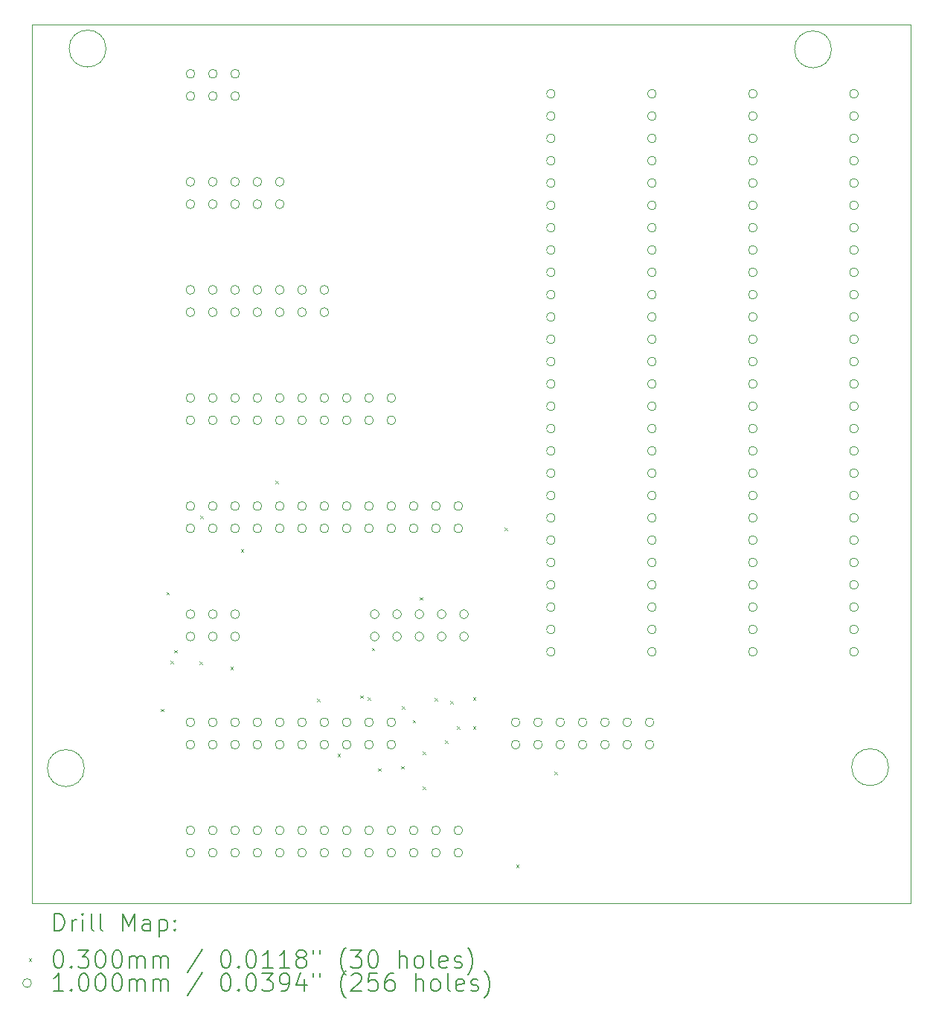
<source format=gbr>
%TF.GenerationSoftware,KiCad,Pcbnew,9.0.0*%
%TF.CreationDate,2025-04-12T15:14:53+10:00*%
%TF.ProjectId,Cable Pass Through,4361626c-6520-4506-9173-73205468726f,rev?*%
%TF.SameCoordinates,Original*%
%TF.FileFunction,Drillmap*%
%TF.FilePolarity,Positive*%
%FSLAX45Y45*%
G04 Gerber Fmt 4.5, Leading zero omitted, Abs format (unit mm)*
G04 Created by KiCad (PCBNEW 9.0.0) date 2025-04-12 15:14:53*
%MOMM*%
%LPD*%
G01*
G04 APERTURE LIST*
%ADD10C,0.050000*%
%ADD11C,0.200000*%
%ADD12C,0.100000*%
G04 APERTURE END LIST*
D10*
X4341400Y-12197976D02*
G75*
G02*
X3921400Y-12197976I-210000J0D01*
G01*
X3921400Y-12197976D02*
G75*
G02*
X4341400Y-12197976I210000J0D01*
G01*
X4588468Y-4009842D02*
G75*
G02*
X4168468Y-4009842I-210000J0D01*
G01*
X4168468Y-4009842D02*
G75*
G02*
X4588468Y-4009842I210000J0D01*
G01*
X13493625Y-12187934D02*
G75*
G02*
X13073625Y-12187934I-210000J0D01*
G01*
X13073625Y-12187934D02*
G75*
G02*
X13493625Y-12187934I210000J0D01*
G01*
X3742500Y-3737500D02*
X13742500Y-3737500D01*
X13742500Y-13737500D01*
X3742500Y-13737500D01*
X3742500Y-3737500D01*
X12843311Y-4019000D02*
G75*
G02*
X12423311Y-4019000I-210000J0D01*
G01*
X12423311Y-4019000D02*
G75*
G02*
X12843311Y-4019000I210000J0D01*
G01*
D11*
D12*
X5210870Y-11522170D02*
X5240870Y-11552170D01*
X5240870Y-11522170D02*
X5210870Y-11552170D01*
X5276690Y-10192780D02*
X5306690Y-10222780D01*
X5306690Y-10192780D02*
X5276690Y-10222780D01*
X5324510Y-10977590D02*
X5354510Y-11007590D01*
X5354510Y-10977590D02*
X5324510Y-11007590D01*
X5364010Y-10854460D02*
X5394010Y-10884460D01*
X5394010Y-10854460D02*
X5364010Y-10884460D01*
X5653050Y-10984910D02*
X5683050Y-11014910D01*
X5683050Y-10984910D02*
X5653050Y-11014910D01*
X5663070Y-9326960D02*
X5693070Y-9356960D01*
X5693070Y-9326960D02*
X5663070Y-9356960D01*
X6004870Y-11045080D02*
X6034870Y-11075080D01*
X6034870Y-11045080D02*
X6004870Y-11075080D01*
X6122610Y-9707210D02*
X6152610Y-9737210D01*
X6152610Y-9707210D02*
X6122610Y-9737210D01*
X6517460Y-8927670D02*
X6547460Y-8957670D01*
X6547460Y-8927670D02*
X6517460Y-8957670D01*
X6989060Y-11407220D02*
X7019060Y-11437220D01*
X7019060Y-11407220D02*
X6989060Y-11437220D01*
X7223000Y-12034300D02*
X7253000Y-12064300D01*
X7253000Y-12034300D02*
X7223000Y-12064300D01*
X7480420Y-11372980D02*
X7510420Y-11402980D01*
X7510420Y-11372980D02*
X7480420Y-11402980D01*
X7565840Y-11394210D02*
X7595840Y-11424210D01*
X7595840Y-11394210D02*
X7565840Y-11424210D01*
X7612800Y-10829240D02*
X7642800Y-10859240D01*
X7642800Y-10829240D02*
X7612800Y-10859240D01*
X7686870Y-12201940D02*
X7716870Y-12231940D01*
X7716870Y-12201940D02*
X7686870Y-12231940D01*
X7949210Y-12174820D02*
X7979210Y-12204820D01*
X7979210Y-12174820D02*
X7949210Y-12204820D01*
X7954780Y-11494550D02*
X7984780Y-11524550D01*
X7984780Y-11494550D02*
X7954780Y-11524550D01*
X8080250Y-11652300D02*
X8110250Y-11682300D01*
X8110250Y-11652300D02*
X8080250Y-11682300D01*
X8160700Y-10252730D02*
X8190700Y-10282730D01*
X8190700Y-10252730D02*
X8160700Y-10282730D01*
X8193250Y-12012390D02*
X8223250Y-12042390D01*
X8223250Y-12012390D02*
X8193250Y-12042390D01*
X8193250Y-12406300D02*
X8223250Y-12436300D01*
X8223250Y-12406300D02*
X8193250Y-12436300D01*
X8328000Y-11401160D02*
X8358000Y-11431160D01*
X8358000Y-11401160D02*
X8328000Y-11431160D01*
X8446730Y-11882270D02*
X8476730Y-11912270D01*
X8476730Y-11882270D02*
X8446730Y-11912270D01*
X8508170Y-11434510D02*
X8538170Y-11464510D01*
X8538170Y-11434510D02*
X8508170Y-11464510D01*
X8582000Y-11724920D02*
X8612000Y-11754920D01*
X8612000Y-11724920D02*
X8582000Y-11754920D01*
X8763240Y-11394500D02*
X8793240Y-11424500D01*
X8793240Y-11394500D02*
X8763240Y-11424500D01*
X8763240Y-11724920D02*
X8793240Y-11754920D01*
X8793240Y-11724920D02*
X8763240Y-11754920D01*
X9123640Y-9462000D02*
X9153640Y-9492000D01*
X9153640Y-9462000D02*
X9123640Y-9492000D01*
X9257420Y-13296690D02*
X9287420Y-13326690D01*
X9287420Y-13296690D02*
X9257420Y-13326690D01*
X9689700Y-12240470D02*
X9719700Y-12270470D01*
X9719700Y-12240470D02*
X9689700Y-12270470D01*
X5599000Y-5526090D02*
G75*
G02*
X5499000Y-5526090I-50000J0D01*
G01*
X5499000Y-5526090D02*
G75*
G02*
X5599000Y-5526090I50000J0D01*
G01*
X5599000Y-5780090D02*
G75*
G02*
X5499000Y-5780090I-50000J0D01*
G01*
X5499000Y-5780090D02*
G75*
G02*
X5599000Y-5780090I50000J0D01*
G01*
X5599000Y-6756170D02*
G75*
G02*
X5499000Y-6756170I-50000J0D01*
G01*
X5499000Y-6756170D02*
G75*
G02*
X5599000Y-6756170I50000J0D01*
G01*
X5599000Y-7010170D02*
G75*
G02*
X5499000Y-7010170I-50000J0D01*
G01*
X5499000Y-7010170D02*
G75*
G02*
X5599000Y-7010170I50000J0D01*
G01*
X5599000Y-7986260D02*
G75*
G02*
X5499000Y-7986260I-50000J0D01*
G01*
X5499000Y-7986260D02*
G75*
G02*
X5599000Y-7986260I50000J0D01*
G01*
X5599000Y-8240260D02*
G75*
G02*
X5499000Y-8240260I-50000J0D01*
G01*
X5499000Y-8240260D02*
G75*
G02*
X5599000Y-8240260I50000J0D01*
G01*
X5599000Y-9216340D02*
G75*
G02*
X5499000Y-9216340I-50000J0D01*
G01*
X5499000Y-9216340D02*
G75*
G02*
X5599000Y-9216340I50000J0D01*
G01*
X5599000Y-9470340D02*
G75*
G02*
X5499000Y-9470340I-50000J0D01*
G01*
X5499000Y-9470340D02*
G75*
G02*
X5599000Y-9470340I50000J0D01*
G01*
X5599000Y-11676510D02*
G75*
G02*
X5499000Y-11676510I-50000J0D01*
G01*
X5499000Y-11676510D02*
G75*
G02*
X5599000Y-11676510I50000J0D01*
G01*
X5599000Y-11930510D02*
G75*
G02*
X5499000Y-11930510I-50000J0D01*
G01*
X5499000Y-11930510D02*
G75*
G02*
X5599000Y-11930510I50000J0D01*
G01*
X5599000Y-12906600D02*
G75*
G02*
X5499000Y-12906600I-50000J0D01*
G01*
X5499000Y-12906600D02*
G75*
G02*
X5599000Y-12906600I50000J0D01*
G01*
X5599000Y-13160600D02*
G75*
G02*
X5499000Y-13160600I-50000J0D01*
G01*
X5499000Y-13160600D02*
G75*
G02*
X5599000Y-13160600I50000J0D01*
G01*
X5600000Y-4296000D02*
G75*
G02*
X5500000Y-4296000I-50000J0D01*
G01*
X5500000Y-4296000D02*
G75*
G02*
X5600000Y-4296000I50000J0D01*
G01*
X5600000Y-4550000D02*
G75*
G02*
X5500000Y-4550000I-50000J0D01*
G01*
X5500000Y-4550000D02*
G75*
G02*
X5600000Y-4550000I50000J0D01*
G01*
X5600000Y-10446430D02*
G75*
G02*
X5500000Y-10446430I-50000J0D01*
G01*
X5500000Y-10446430D02*
G75*
G02*
X5600000Y-10446430I50000J0D01*
G01*
X5600000Y-10700430D02*
G75*
G02*
X5500000Y-10700430I-50000J0D01*
G01*
X5500000Y-10700430D02*
G75*
G02*
X5600000Y-10700430I50000J0D01*
G01*
X5853000Y-5526090D02*
G75*
G02*
X5753000Y-5526090I-50000J0D01*
G01*
X5753000Y-5526090D02*
G75*
G02*
X5853000Y-5526090I50000J0D01*
G01*
X5853000Y-5780090D02*
G75*
G02*
X5753000Y-5780090I-50000J0D01*
G01*
X5753000Y-5780090D02*
G75*
G02*
X5853000Y-5780090I50000J0D01*
G01*
X5853000Y-6756170D02*
G75*
G02*
X5753000Y-6756170I-50000J0D01*
G01*
X5753000Y-6756170D02*
G75*
G02*
X5853000Y-6756170I50000J0D01*
G01*
X5853000Y-7010170D02*
G75*
G02*
X5753000Y-7010170I-50000J0D01*
G01*
X5753000Y-7010170D02*
G75*
G02*
X5853000Y-7010170I50000J0D01*
G01*
X5853000Y-7986260D02*
G75*
G02*
X5753000Y-7986260I-50000J0D01*
G01*
X5753000Y-7986260D02*
G75*
G02*
X5853000Y-7986260I50000J0D01*
G01*
X5853000Y-8240260D02*
G75*
G02*
X5753000Y-8240260I-50000J0D01*
G01*
X5753000Y-8240260D02*
G75*
G02*
X5853000Y-8240260I50000J0D01*
G01*
X5853000Y-9216340D02*
G75*
G02*
X5753000Y-9216340I-50000J0D01*
G01*
X5753000Y-9216340D02*
G75*
G02*
X5853000Y-9216340I50000J0D01*
G01*
X5853000Y-9470340D02*
G75*
G02*
X5753000Y-9470340I-50000J0D01*
G01*
X5753000Y-9470340D02*
G75*
G02*
X5853000Y-9470340I50000J0D01*
G01*
X5853000Y-11676510D02*
G75*
G02*
X5753000Y-11676510I-50000J0D01*
G01*
X5753000Y-11676510D02*
G75*
G02*
X5853000Y-11676510I50000J0D01*
G01*
X5853000Y-11930510D02*
G75*
G02*
X5753000Y-11930510I-50000J0D01*
G01*
X5753000Y-11930510D02*
G75*
G02*
X5853000Y-11930510I50000J0D01*
G01*
X5853000Y-12906600D02*
G75*
G02*
X5753000Y-12906600I-50000J0D01*
G01*
X5753000Y-12906600D02*
G75*
G02*
X5853000Y-12906600I50000J0D01*
G01*
X5853000Y-13160600D02*
G75*
G02*
X5753000Y-13160600I-50000J0D01*
G01*
X5753000Y-13160600D02*
G75*
G02*
X5853000Y-13160600I50000J0D01*
G01*
X5854000Y-4296000D02*
G75*
G02*
X5754000Y-4296000I-50000J0D01*
G01*
X5754000Y-4296000D02*
G75*
G02*
X5854000Y-4296000I50000J0D01*
G01*
X5854000Y-4550000D02*
G75*
G02*
X5754000Y-4550000I-50000J0D01*
G01*
X5754000Y-4550000D02*
G75*
G02*
X5854000Y-4550000I50000J0D01*
G01*
X5854000Y-10446430D02*
G75*
G02*
X5754000Y-10446430I-50000J0D01*
G01*
X5754000Y-10446430D02*
G75*
G02*
X5854000Y-10446430I50000J0D01*
G01*
X5854000Y-10700430D02*
G75*
G02*
X5754000Y-10700430I-50000J0D01*
G01*
X5754000Y-10700430D02*
G75*
G02*
X5854000Y-10700430I50000J0D01*
G01*
X6107000Y-5526090D02*
G75*
G02*
X6007000Y-5526090I-50000J0D01*
G01*
X6007000Y-5526090D02*
G75*
G02*
X6107000Y-5526090I50000J0D01*
G01*
X6107000Y-5780090D02*
G75*
G02*
X6007000Y-5780090I-50000J0D01*
G01*
X6007000Y-5780090D02*
G75*
G02*
X6107000Y-5780090I50000J0D01*
G01*
X6107000Y-6756170D02*
G75*
G02*
X6007000Y-6756170I-50000J0D01*
G01*
X6007000Y-6756170D02*
G75*
G02*
X6107000Y-6756170I50000J0D01*
G01*
X6107000Y-7010170D02*
G75*
G02*
X6007000Y-7010170I-50000J0D01*
G01*
X6007000Y-7010170D02*
G75*
G02*
X6107000Y-7010170I50000J0D01*
G01*
X6107000Y-7986260D02*
G75*
G02*
X6007000Y-7986260I-50000J0D01*
G01*
X6007000Y-7986260D02*
G75*
G02*
X6107000Y-7986260I50000J0D01*
G01*
X6107000Y-8240260D02*
G75*
G02*
X6007000Y-8240260I-50000J0D01*
G01*
X6007000Y-8240260D02*
G75*
G02*
X6107000Y-8240260I50000J0D01*
G01*
X6107000Y-9216340D02*
G75*
G02*
X6007000Y-9216340I-50000J0D01*
G01*
X6007000Y-9216340D02*
G75*
G02*
X6107000Y-9216340I50000J0D01*
G01*
X6107000Y-9470340D02*
G75*
G02*
X6007000Y-9470340I-50000J0D01*
G01*
X6007000Y-9470340D02*
G75*
G02*
X6107000Y-9470340I50000J0D01*
G01*
X6107000Y-11676510D02*
G75*
G02*
X6007000Y-11676510I-50000J0D01*
G01*
X6007000Y-11676510D02*
G75*
G02*
X6107000Y-11676510I50000J0D01*
G01*
X6107000Y-11930510D02*
G75*
G02*
X6007000Y-11930510I-50000J0D01*
G01*
X6007000Y-11930510D02*
G75*
G02*
X6107000Y-11930510I50000J0D01*
G01*
X6107000Y-12906600D02*
G75*
G02*
X6007000Y-12906600I-50000J0D01*
G01*
X6007000Y-12906600D02*
G75*
G02*
X6107000Y-12906600I50000J0D01*
G01*
X6107000Y-13160600D02*
G75*
G02*
X6007000Y-13160600I-50000J0D01*
G01*
X6007000Y-13160600D02*
G75*
G02*
X6107000Y-13160600I50000J0D01*
G01*
X6108000Y-4296000D02*
G75*
G02*
X6008000Y-4296000I-50000J0D01*
G01*
X6008000Y-4296000D02*
G75*
G02*
X6108000Y-4296000I50000J0D01*
G01*
X6108000Y-4550000D02*
G75*
G02*
X6008000Y-4550000I-50000J0D01*
G01*
X6008000Y-4550000D02*
G75*
G02*
X6108000Y-4550000I50000J0D01*
G01*
X6108000Y-10446430D02*
G75*
G02*
X6008000Y-10446430I-50000J0D01*
G01*
X6008000Y-10446430D02*
G75*
G02*
X6108000Y-10446430I50000J0D01*
G01*
X6108000Y-10700430D02*
G75*
G02*
X6008000Y-10700430I-50000J0D01*
G01*
X6008000Y-10700430D02*
G75*
G02*
X6108000Y-10700430I50000J0D01*
G01*
X6361000Y-5526090D02*
G75*
G02*
X6261000Y-5526090I-50000J0D01*
G01*
X6261000Y-5526090D02*
G75*
G02*
X6361000Y-5526090I50000J0D01*
G01*
X6361000Y-5780090D02*
G75*
G02*
X6261000Y-5780090I-50000J0D01*
G01*
X6261000Y-5780090D02*
G75*
G02*
X6361000Y-5780090I50000J0D01*
G01*
X6361000Y-6756170D02*
G75*
G02*
X6261000Y-6756170I-50000J0D01*
G01*
X6261000Y-6756170D02*
G75*
G02*
X6361000Y-6756170I50000J0D01*
G01*
X6361000Y-7010170D02*
G75*
G02*
X6261000Y-7010170I-50000J0D01*
G01*
X6261000Y-7010170D02*
G75*
G02*
X6361000Y-7010170I50000J0D01*
G01*
X6361000Y-7986260D02*
G75*
G02*
X6261000Y-7986260I-50000J0D01*
G01*
X6261000Y-7986260D02*
G75*
G02*
X6361000Y-7986260I50000J0D01*
G01*
X6361000Y-8240260D02*
G75*
G02*
X6261000Y-8240260I-50000J0D01*
G01*
X6261000Y-8240260D02*
G75*
G02*
X6361000Y-8240260I50000J0D01*
G01*
X6361000Y-9216340D02*
G75*
G02*
X6261000Y-9216340I-50000J0D01*
G01*
X6261000Y-9216340D02*
G75*
G02*
X6361000Y-9216340I50000J0D01*
G01*
X6361000Y-9470340D02*
G75*
G02*
X6261000Y-9470340I-50000J0D01*
G01*
X6261000Y-9470340D02*
G75*
G02*
X6361000Y-9470340I50000J0D01*
G01*
X6361000Y-11676510D02*
G75*
G02*
X6261000Y-11676510I-50000J0D01*
G01*
X6261000Y-11676510D02*
G75*
G02*
X6361000Y-11676510I50000J0D01*
G01*
X6361000Y-11930510D02*
G75*
G02*
X6261000Y-11930510I-50000J0D01*
G01*
X6261000Y-11930510D02*
G75*
G02*
X6361000Y-11930510I50000J0D01*
G01*
X6361000Y-12906600D02*
G75*
G02*
X6261000Y-12906600I-50000J0D01*
G01*
X6261000Y-12906600D02*
G75*
G02*
X6361000Y-12906600I50000J0D01*
G01*
X6361000Y-13160600D02*
G75*
G02*
X6261000Y-13160600I-50000J0D01*
G01*
X6261000Y-13160600D02*
G75*
G02*
X6361000Y-13160600I50000J0D01*
G01*
X6615000Y-5526090D02*
G75*
G02*
X6515000Y-5526090I-50000J0D01*
G01*
X6515000Y-5526090D02*
G75*
G02*
X6615000Y-5526090I50000J0D01*
G01*
X6615000Y-5780090D02*
G75*
G02*
X6515000Y-5780090I-50000J0D01*
G01*
X6515000Y-5780090D02*
G75*
G02*
X6615000Y-5780090I50000J0D01*
G01*
X6615000Y-6756170D02*
G75*
G02*
X6515000Y-6756170I-50000J0D01*
G01*
X6515000Y-6756170D02*
G75*
G02*
X6615000Y-6756170I50000J0D01*
G01*
X6615000Y-7010170D02*
G75*
G02*
X6515000Y-7010170I-50000J0D01*
G01*
X6515000Y-7010170D02*
G75*
G02*
X6615000Y-7010170I50000J0D01*
G01*
X6615000Y-7986260D02*
G75*
G02*
X6515000Y-7986260I-50000J0D01*
G01*
X6515000Y-7986260D02*
G75*
G02*
X6615000Y-7986260I50000J0D01*
G01*
X6615000Y-8240260D02*
G75*
G02*
X6515000Y-8240260I-50000J0D01*
G01*
X6515000Y-8240260D02*
G75*
G02*
X6615000Y-8240260I50000J0D01*
G01*
X6615000Y-9216340D02*
G75*
G02*
X6515000Y-9216340I-50000J0D01*
G01*
X6515000Y-9216340D02*
G75*
G02*
X6615000Y-9216340I50000J0D01*
G01*
X6615000Y-9470340D02*
G75*
G02*
X6515000Y-9470340I-50000J0D01*
G01*
X6515000Y-9470340D02*
G75*
G02*
X6615000Y-9470340I50000J0D01*
G01*
X6615000Y-11676510D02*
G75*
G02*
X6515000Y-11676510I-50000J0D01*
G01*
X6515000Y-11676510D02*
G75*
G02*
X6615000Y-11676510I50000J0D01*
G01*
X6615000Y-11930510D02*
G75*
G02*
X6515000Y-11930510I-50000J0D01*
G01*
X6515000Y-11930510D02*
G75*
G02*
X6615000Y-11930510I50000J0D01*
G01*
X6615000Y-12906600D02*
G75*
G02*
X6515000Y-12906600I-50000J0D01*
G01*
X6515000Y-12906600D02*
G75*
G02*
X6615000Y-12906600I50000J0D01*
G01*
X6615000Y-13160600D02*
G75*
G02*
X6515000Y-13160600I-50000J0D01*
G01*
X6515000Y-13160600D02*
G75*
G02*
X6615000Y-13160600I50000J0D01*
G01*
X6869000Y-6756170D02*
G75*
G02*
X6769000Y-6756170I-50000J0D01*
G01*
X6769000Y-6756170D02*
G75*
G02*
X6869000Y-6756170I50000J0D01*
G01*
X6869000Y-7010170D02*
G75*
G02*
X6769000Y-7010170I-50000J0D01*
G01*
X6769000Y-7010170D02*
G75*
G02*
X6869000Y-7010170I50000J0D01*
G01*
X6869000Y-7986260D02*
G75*
G02*
X6769000Y-7986260I-50000J0D01*
G01*
X6769000Y-7986260D02*
G75*
G02*
X6869000Y-7986260I50000J0D01*
G01*
X6869000Y-8240260D02*
G75*
G02*
X6769000Y-8240260I-50000J0D01*
G01*
X6769000Y-8240260D02*
G75*
G02*
X6869000Y-8240260I50000J0D01*
G01*
X6869000Y-9216340D02*
G75*
G02*
X6769000Y-9216340I-50000J0D01*
G01*
X6769000Y-9216340D02*
G75*
G02*
X6869000Y-9216340I50000J0D01*
G01*
X6869000Y-9470340D02*
G75*
G02*
X6769000Y-9470340I-50000J0D01*
G01*
X6769000Y-9470340D02*
G75*
G02*
X6869000Y-9470340I50000J0D01*
G01*
X6869000Y-11676510D02*
G75*
G02*
X6769000Y-11676510I-50000J0D01*
G01*
X6769000Y-11676510D02*
G75*
G02*
X6869000Y-11676510I50000J0D01*
G01*
X6869000Y-11930510D02*
G75*
G02*
X6769000Y-11930510I-50000J0D01*
G01*
X6769000Y-11930510D02*
G75*
G02*
X6869000Y-11930510I50000J0D01*
G01*
X6869000Y-12906600D02*
G75*
G02*
X6769000Y-12906600I-50000J0D01*
G01*
X6769000Y-12906600D02*
G75*
G02*
X6869000Y-12906600I50000J0D01*
G01*
X6869000Y-13160600D02*
G75*
G02*
X6769000Y-13160600I-50000J0D01*
G01*
X6769000Y-13160600D02*
G75*
G02*
X6869000Y-13160600I50000J0D01*
G01*
X7123000Y-6756170D02*
G75*
G02*
X7023000Y-6756170I-50000J0D01*
G01*
X7023000Y-6756170D02*
G75*
G02*
X7123000Y-6756170I50000J0D01*
G01*
X7123000Y-7010170D02*
G75*
G02*
X7023000Y-7010170I-50000J0D01*
G01*
X7023000Y-7010170D02*
G75*
G02*
X7123000Y-7010170I50000J0D01*
G01*
X7123000Y-7986260D02*
G75*
G02*
X7023000Y-7986260I-50000J0D01*
G01*
X7023000Y-7986260D02*
G75*
G02*
X7123000Y-7986260I50000J0D01*
G01*
X7123000Y-8240260D02*
G75*
G02*
X7023000Y-8240260I-50000J0D01*
G01*
X7023000Y-8240260D02*
G75*
G02*
X7123000Y-8240260I50000J0D01*
G01*
X7123000Y-9216340D02*
G75*
G02*
X7023000Y-9216340I-50000J0D01*
G01*
X7023000Y-9216340D02*
G75*
G02*
X7123000Y-9216340I50000J0D01*
G01*
X7123000Y-9470340D02*
G75*
G02*
X7023000Y-9470340I-50000J0D01*
G01*
X7023000Y-9470340D02*
G75*
G02*
X7123000Y-9470340I50000J0D01*
G01*
X7123000Y-11676510D02*
G75*
G02*
X7023000Y-11676510I-50000J0D01*
G01*
X7023000Y-11676510D02*
G75*
G02*
X7123000Y-11676510I50000J0D01*
G01*
X7123000Y-11930510D02*
G75*
G02*
X7023000Y-11930510I-50000J0D01*
G01*
X7023000Y-11930510D02*
G75*
G02*
X7123000Y-11930510I50000J0D01*
G01*
X7123000Y-12906600D02*
G75*
G02*
X7023000Y-12906600I-50000J0D01*
G01*
X7023000Y-12906600D02*
G75*
G02*
X7123000Y-12906600I50000J0D01*
G01*
X7123000Y-13160600D02*
G75*
G02*
X7023000Y-13160600I-50000J0D01*
G01*
X7023000Y-13160600D02*
G75*
G02*
X7123000Y-13160600I50000J0D01*
G01*
X7377000Y-7986260D02*
G75*
G02*
X7277000Y-7986260I-50000J0D01*
G01*
X7277000Y-7986260D02*
G75*
G02*
X7377000Y-7986260I50000J0D01*
G01*
X7377000Y-8240260D02*
G75*
G02*
X7277000Y-8240260I-50000J0D01*
G01*
X7277000Y-8240260D02*
G75*
G02*
X7377000Y-8240260I50000J0D01*
G01*
X7377000Y-9216340D02*
G75*
G02*
X7277000Y-9216340I-50000J0D01*
G01*
X7277000Y-9216340D02*
G75*
G02*
X7377000Y-9216340I50000J0D01*
G01*
X7377000Y-9470340D02*
G75*
G02*
X7277000Y-9470340I-50000J0D01*
G01*
X7277000Y-9470340D02*
G75*
G02*
X7377000Y-9470340I50000J0D01*
G01*
X7377000Y-11676510D02*
G75*
G02*
X7277000Y-11676510I-50000J0D01*
G01*
X7277000Y-11676510D02*
G75*
G02*
X7377000Y-11676510I50000J0D01*
G01*
X7377000Y-11930510D02*
G75*
G02*
X7277000Y-11930510I-50000J0D01*
G01*
X7277000Y-11930510D02*
G75*
G02*
X7377000Y-11930510I50000J0D01*
G01*
X7377000Y-12906600D02*
G75*
G02*
X7277000Y-12906600I-50000J0D01*
G01*
X7277000Y-12906600D02*
G75*
G02*
X7377000Y-12906600I50000J0D01*
G01*
X7377000Y-13160600D02*
G75*
G02*
X7277000Y-13160600I-50000J0D01*
G01*
X7277000Y-13160600D02*
G75*
G02*
X7377000Y-13160600I50000J0D01*
G01*
X7631000Y-7986260D02*
G75*
G02*
X7531000Y-7986260I-50000J0D01*
G01*
X7531000Y-7986260D02*
G75*
G02*
X7631000Y-7986260I50000J0D01*
G01*
X7631000Y-8240260D02*
G75*
G02*
X7531000Y-8240260I-50000J0D01*
G01*
X7531000Y-8240260D02*
G75*
G02*
X7631000Y-8240260I50000J0D01*
G01*
X7631000Y-9216340D02*
G75*
G02*
X7531000Y-9216340I-50000J0D01*
G01*
X7531000Y-9216340D02*
G75*
G02*
X7631000Y-9216340I50000J0D01*
G01*
X7631000Y-9470340D02*
G75*
G02*
X7531000Y-9470340I-50000J0D01*
G01*
X7531000Y-9470340D02*
G75*
G02*
X7631000Y-9470340I50000J0D01*
G01*
X7631000Y-11676510D02*
G75*
G02*
X7531000Y-11676510I-50000J0D01*
G01*
X7531000Y-11676510D02*
G75*
G02*
X7631000Y-11676510I50000J0D01*
G01*
X7631000Y-11930510D02*
G75*
G02*
X7531000Y-11930510I-50000J0D01*
G01*
X7531000Y-11930510D02*
G75*
G02*
X7631000Y-11930510I50000J0D01*
G01*
X7631000Y-12906600D02*
G75*
G02*
X7531000Y-12906600I-50000J0D01*
G01*
X7531000Y-12906600D02*
G75*
G02*
X7631000Y-12906600I50000J0D01*
G01*
X7631000Y-13160600D02*
G75*
G02*
X7531000Y-13160600I-50000J0D01*
G01*
X7531000Y-13160600D02*
G75*
G02*
X7631000Y-13160600I50000J0D01*
G01*
X7696000Y-10446430D02*
G75*
G02*
X7596000Y-10446430I-50000J0D01*
G01*
X7596000Y-10446430D02*
G75*
G02*
X7696000Y-10446430I50000J0D01*
G01*
X7696000Y-10700430D02*
G75*
G02*
X7596000Y-10700430I-50000J0D01*
G01*
X7596000Y-10700430D02*
G75*
G02*
X7696000Y-10700430I50000J0D01*
G01*
X7885000Y-7986260D02*
G75*
G02*
X7785000Y-7986260I-50000J0D01*
G01*
X7785000Y-7986260D02*
G75*
G02*
X7885000Y-7986260I50000J0D01*
G01*
X7885000Y-8240260D02*
G75*
G02*
X7785000Y-8240260I-50000J0D01*
G01*
X7785000Y-8240260D02*
G75*
G02*
X7885000Y-8240260I50000J0D01*
G01*
X7885000Y-9216340D02*
G75*
G02*
X7785000Y-9216340I-50000J0D01*
G01*
X7785000Y-9216340D02*
G75*
G02*
X7885000Y-9216340I50000J0D01*
G01*
X7885000Y-9470340D02*
G75*
G02*
X7785000Y-9470340I-50000J0D01*
G01*
X7785000Y-9470340D02*
G75*
G02*
X7885000Y-9470340I50000J0D01*
G01*
X7885000Y-11676510D02*
G75*
G02*
X7785000Y-11676510I-50000J0D01*
G01*
X7785000Y-11676510D02*
G75*
G02*
X7885000Y-11676510I50000J0D01*
G01*
X7885000Y-11930510D02*
G75*
G02*
X7785000Y-11930510I-50000J0D01*
G01*
X7785000Y-11930510D02*
G75*
G02*
X7885000Y-11930510I50000J0D01*
G01*
X7885000Y-12906600D02*
G75*
G02*
X7785000Y-12906600I-50000J0D01*
G01*
X7785000Y-12906600D02*
G75*
G02*
X7885000Y-12906600I50000J0D01*
G01*
X7885000Y-13160600D02*
G75*
G02*
X7785000Y-13160600I-50000J0D01*
G01*
X7785000Y-13160600D02*
G75*
G02*
X7885000Y-13160600I50000J0D01*
G01*
X7950000Y-10446430D02*
G75*
G02*
X7850000Y-10446430I-50000J0D01*
G01*
X7850000Y-10446430D02*
G75*
G02*
X7950000Y-10446430I50000J0D01*
G01*
X7950000Y-10700430D02*
G75*
G02*
X7850000Y-10700430I-50000J0D01*
G01*
X7850000Y-10700430D02*
G75*
G02*
X7950000Y-10700430I50000J0D01*
G01*
X8139000Y-9216340D02*
G75*
G02*
X8039000Y-9216340I-50000J0D01*
G01*
X8039000Y-9216340D02*
G75*
G02*
X8139000Y-9216340I50000J0D01*
G01*
X8139000Y-9470340D02*
G75*
G02*
X8039000Y-9470340I-50000J0D01*
G01*
X8039000Y-9470340D02*
G75*
G02*
X8139000Y-9470340I50000J0D01*
G01*
X8139000Y-12906600D02*
G75*
G02*
X8039000Y-12906600I-50000J0D01*
G01*
X8039000Y-12906600D02*
G75*
G02*
X8139000Y-12906600I50000J0D01*
G01*
X8139000Y-13160600D02*
G75*
G02*
X8039000Y-13160600I-50000J0D01*
G01*
X8039000Y-13160600D02*
G75*
G02*
X8139000Y-13160600I50000J0D01*
G01*
X8204000Y-10446430D02*
G75*
G02*
X8104000Y-10446430I-50000J0D01*
G01*
X8104000Y-10446430D02*
G75*
G02*
X8204000Y-10446430I50000J0D01*
G01*
X8204000Y-10700430D02*
G75*
G02*
X8104000Y-10700430I-50000J0D01*
G01*
X8104000Y-10700430D02*
G75*
G02*
X8204000Y-10700430I50000J0D01*
G01*
X8393000Y-9216340D02*
G75*
G02*
X8293000Y-9216340I-50000J0D01*
G01*
X8293000Y-9216340D02*
G75*
G02*
X8393000Y-9216340I50000J0D01*
G01*
X8393000Y-9470340D02*
G75*
G02*
X8293000Y-9470340I-50000J0D01*
G01*
X8293000Y-9470340D02*
G75*
G02*
X8393000Y-9470340I50000J0D01*
G01*
X8393000Y-12906600D02*
G75*
G02*
X8293000Y-12906600I-50000J0D01*
G01*
X8293000Y-12906600D02*
G75*
G02*
X8393000Y-12906600I50000J0D01*
G01*
X8393000Y-13160600D02*
G75*
G02*
X8293000Y-13160600I-50000J0D01*
G01*
X8293000Y-13160600D02*
G75*
G02*
X8393000Y-13160600I50000J0D01*
G01*
X8458000Y-10446430D02*
G75*
G02*
X8358000Y-10446430I-50000J0D01*
G01*
X8358000Y-10446430D02*
G75*
G02*
X8458000Y-10446430I50000J0D01*
G01*
X8458000Y-10700430D02*
G75*
G02*
X8358000Y-10700430I-50000J0D01*
G01*
X8358000Y-10700430D02*
G75*
G02*
X8458000Y-10700430I50000J0D01*
G01*
X8647000Y-9216340D02*
G75*
G02*
X8547000Y-9216340I-50000J0D01*
G01*
X8547000Y-9216340D02*
G75*
G02*
X8647000Y-9216340I50000J0D01*
G01*
X8647000Y-9470340D02*
G75*
G02*
X8547000Y-9470340I-50000J0D01*
G01*
X8547000Y-9470340D02*
G75*
G02*
X8647000Y-9470340I50000J0D01*
G01*
X8647000Y-12906600D02*
G75*
G02*
X8547000Y-12906600I-50000J0D01*
G01*
X8547000Y-12906600D02*
G75*
G02*
X8647000Y-12906600I50000J0D01*
G01*
X8647000Y-13160600D02*
G75*
G02*
X8547000Y-13160600I-50000J0D01*
G01*
X8547000Y-13160600D02*
G75*
G02*
X8647000Y-13160600I50000J0D01*
G01*
X8712000Y-10446430D02*
G75*
G02*
X8612000Y-10446430I-50000J0D01*
G01*
X8612000Y-10446430D02*
G75*
G02*
X8712000Y-10446430I50000J0D01*
G01*
X8712000Y-10700430D02*
G75*
G02*
X8612000Y-10700430I-50000J0D01*
G01*
X8612000Y-10700430D02*
G75*
G02*
X8712000Y-10700430I50000J0D01*
G01*
X9300000Y-11676510D02*
G75*
G02*
X9200000Y-11676510I-50000J0D01*
G01*
X9200000Y-11676510D02*
G75*
G02*
X9300000Y-11676510I50000J0D01*
G01*
X9300000Y-11930510D02*
G75*
G02*
X9200000Y-11930510I-50000J0D01*
G01*
X9200000Y-11930510D02*
G75*
G02*
X9300000Y-11930510I50000J0D01*
G01*
X9554000Y-11676510D02*
G75*
G02*
X9454000Y-11676510I-50000J0D01*
G01*
X9454000Y-11676510D02*
G75*
G02*
X9554000Y-11676510I50000J0D01*
G01*
X9554000Y-11930510D02*
G75*
G02*
X9454000Y-11930510I-50000J0D01*
G01*
X9454000Y-11930510D02*
G75*
G02*
X9554000Y-11930510I50000J0D01*
G01*
X9700000Y-4524000D02*
G75*
G02*
X9600000Y-4524000I-50000J0D01*
G01*
X9600000Y-4524000D02*
G75*
G02*
X9700000Y-4524000I50000J0D01*
G01*
X9700000Y-4778000D02*
G75*
G02*
X9600000Y-4778000I-50000J0D01*
G01*
X9600000Y-4778000D02*
G75*
G02*
X9700000Y-4778000I50000J0D01*
G01*
X9700000Y-5032000D02*
G75*
G02*
X9600000Y-5032000I-50000J0D01*
G01*
X9600000Y-5032000D02*
G75*
G02*
X9700000Y-5032000I50000J0D01*
G01*
X9700000Y-5286000D02*
G75*
G02*
X9600000Y-5286000I-50000J0D01*
G01*
X9600000Y-5286000D02*
G75*
G02*
X9700000Y-5286000I50000J0D01*
G01*
X9700000Y-5540000D02*
G75*
G02*
X9600000Y-5540000I-50000J0D01*
G01*
X9600000Y-5540000D02*
G75*
G02*
X9700000Y-5540000I50000J0D01*
G01*
X9700000Y-5794000D02*
G75*
G02*
X9600000Y-5794000I-50000J0D01*
G01*
X9600000Y-5794000D02*
G75*
G02*
X9700000Y-5794000I50000J0D01*
G01*
X9700000Y-6048000D02*
G75*
G02*
X9600000Y-6048000I-50000J0D01*
G01*
X9600000Y-6048000D02*
G75*
G02*
X9700000Y-6048000I50000J0D01*
G01*
X9700000Y-6302000D02*
G75*
G02*
X9600000Y-6302000I-50000J0D01*
G01*
X9600000Y-6302000D02*
G75*
G02*
X9700000Y-6302000I50000J0D01*
G01*
X9700000Y-6556000D02*
G75*
G02*
X9600000Y-6556000I-50000J0D01*
G01*
X9600000Y-6556000D02*
G75*
G02*
X9700000Y-6556000I50000J0D01*
G01*
X9700000Y-6810000D02*
G75*
G02*
X9600000Y-6810000I-50000J0D01*
G01*
X9600000Y-6810000D02*
G75*
G02*
X9700000Y-6810000I50000J0D01*
G01*
X9700000Y-7064000D02*
G75*
G02*
X9600000Y-7064000I-50000J0D01*
G01*
X9600000Y-7064000D02*
G75*
G02*
X9700000Y-7064000I50000J0D01*
G01*
X9700000Y-7318000D02*
G75*
G02*
X9600000Y-7318000I-50000J0D01*
G01*
X9600000Y-7318000D02*
G75*
G02*
X9700000Y-7318000I50000J0D01*
G01*
X9700000Y-7572000D02*
G75*
G02*
X9600000Y-7572000I-50000J0D01*
G01*
X9600000Y-7572000D02*
G75*
G02*
X9700000Y-7572000I50000J0D01*
G01*
X9700000Y-7826000D02*
G75*
G02*
X9600000Y-7826000I-50000J0D01*
G01*
X9600000Y-7826000D02*
G75*
G02*
X9700000Y-7826000I50000J0D01*
G01*
X9700000Y-8080000D02*
G75*
G02*
X9600000Y-8080000I-50000J0D01*
G01*
X9600000Y-8080000D02*
G75*
G02*
X9700000Y-8080000I50000J0D01*
G01*
X9700000Y-8334000D02*
G75*
G02*
X9600000Y-8334000I-50000J0D01*
G01*
X9600000Y-8334000D02*
G75*
G02*
X9700000Y-8334000I50000J0D01*
G01*
X9700000Y-8588000D02*
G75*
G02*
X9600000Y-8588000I-50000J0D01*
G01*
X9600000Y-8588000D02*
G75*
G02*
X9700000Y-8588000I50000J0D01*
G01*
X9700000Y-8842000D02*
G75*
G02*
X9600000Y-8842000I-50000J0D01*
G01*
X9600000Y-8842000D02*
G75*
G02*
X9700000Y-8842000I50000J0D01*
G01*
X9700000Y-9096000D02*
G75*
G02*
X9600000Y-9096000I-50000J0D01*
G01*
X9600000Y-9096000D02*
G75*
G02*
X9700000Y-9096000I50000J0D01*
G01*
X9700000Y-9350000D02*
G75*
G02*
X9600000Y-9350000I-50000J0D01*
G01*
X9600000Y-9350000D02*
G75*
G02*
X9700000Y-9350000I50000J0D01*
G01*
X9700000Y-9604000D02*
G75*
G02*
X9600000Y-9604000I-50000J0D01*
G01*
X9600000Y-9604000D02*
G75*
G02*
X9700000Y-9604000I50000J0D01*
G01*
X9700000Y-9858000D02*
G75*
G02*
X9600000Y-9858000I-50000J0D01*
G01*
X9600000Y-9858000D02*
G75*
G02*
X9700000Y-9858000I50000J0D01*
G01*
X9700000Y-10112000D02*
G75*
G02*
X9600000Y-10112000I-50000J0D01*
G01*
X9600000Y-10112000D02*
G75*
G02*
X9700000Y-10112000I50000J0D01*
G01*
X9700000Y-10366000D02*
G75*
G02*
X9600000Y-10366000I-50000J0D01*
G01*
X9600000Y-10366000D02*
G75*
G02*
X9700000Y-10366000I50000J0D01*
G01*
X9700000Y-10620000D02*
G75*
G02*
X9600000Y-10620000I-50000J0D01*
G01*
X9600000Y-10620000D02*
G75*
G02*
X9700000Y-10620000I50000J0D01*
G01*
X9700000Y-10874000D02*
G75*
G02*
X9600000Y-10874000I-50000J0D01*
G01*
X9600000Y-10874000D02*
G75*
G02*
X9700000Y-10874000I50000J0D01*
G01*
X9808000Y-11676510D02*
G75*
G02*
X9708000Y-11676510I-50000J0D01*
G01*
X9708000Y-11676510D02*
G75*
G02*
X9808000Y-11676510I50000J0D01*
G01*
X9808000Y-11930510D02*
G75*
G02*
X9708000Y-11930510I-50000J0D01*
G01*
X9708000Y-11930510D02*
G75*
G02*
X9808000Y-11930510I50000J0D01*
G01*
X10062000Y-11676510D02*
G75*
G02*
X9962000Y-11676510I-50000J0D01*
G01*
X9962000Y-11676510D02*
G75*
G02*
X10062000Y-11676510I50000J0D01*
G01*
X10062000Y-11930510D02*
G75*
G02*
X9962000Y-11930510I-50000J0D01*
G01*
X9962000Y-11930510D02*
G75*
G02*
X10062000Y-11930510I50000J0D01*
G01*
X10316000Y-11676510D02*
G75*
G02*
X10216000Y-11676510I-50000J0D01*
G01*
X10216000Y-11676510D02*
G75*
G02*
X10316000Y-11676510I50000J0D01*
G01*
X10316000Y-11930510D02*
G75*
G02*
X10216000Y-11930510I-50000J0D01*
G01*
X10216000Y-11930510D02*
G75*
G02*
X10316000Y-11930510I50000J0D01*
G01*
X10570000Y-11676510D02*
G75*
G02*
X10470000Y-11676510I-50000J0D01*
G01*
X10470000Y-11676510D02*
G75*
G02*
X10570000Y-11676510I50000J0D01*
G01*
X10570000Y-11930510D02*
G75*
G02*
X10470000Y-11930510I-50000J0D01*
G01*
X10470000Y-11930510D02*
G75*
G02*
X10570000Y-11930510I50000J0D01*
G01*
X10824000Y-11676510D02*
G75*
G02*
X10724000Y-11676510I-50000J0D01*
G01*
X10724000Y-11676510D02*
G75*
G02*
X10824000Y-11676510I50000J0D01*
G01*
X10824000Y-11930510D02*
G75*
G02*
X10724000Y-11930510I-50000J0D01*
G01*
X10724000Y-11930510D02*
G75*
G02*
X10824000Y-11930510I50000J0D01*
G01*
X10850000Y-4524000D02*
G75*
G02*
X10750000Y-4524000I-50000J0D01*
G01*
X10750000Y-4524000D02*
G75*
G02*
X10850000Y-4524000I50000J0D01*
G01*
X10850000Y-4778000D02*
G75*
G02*
X10750000Y-4778000I-50000J0D01*
G01*
X10750000Y-4778000D02*
G75*
G02*
X10850000Y-4778000I50000J0D01*
G01*
X10850000Y-5032000D02*
G75*
G02*
X10750000Y-5032000I-50000J0D01*
G01*
X10750000Y-5032000D02*
G75*
G02*
X10850000Y-5032000I50000J0D01*
G01*
X10850000Y-5286000D02*
G75*
G02*
X10750000Y-5286000I-50000J0D01*
G01*
X10750000Y-5286000D02*
G75*
G02*
X10850000Y-5286000I50000J0D01*
G01*
X10850000Y-5540000D02*
G75*
G02*
X10750000Y-5540000I-50000J0D01*
G01*
X10750000Y-5540000D02*
G75*
G02*
X10850000Y-5540000I50000J0D01*
G01*
X10850000Y-5794000D02*
G75*
G02*
X10750000Y-5794000I-50000J0D01*
G01*
X10750000Y-5794000D02*
G75*
G02*
X10850000Y-5794000I50000J0D01*
G01*
X10850000Y-6048000D02*
G75*
G02*
X10750000Y-6048000I-50000J0D01*
G01*
X10750000Y-6048000D02*
G75*
G02*
X10850000Y-6048000I50000J0D01*
G01*
X10850000Y-6302000D02*
G75*
G02*
X10750000Y-6302000I-50000J0D01*
G01*
X10750000Y-6302000D02*
G75*
G02*
X10850000Y-6302000I50000J0D01*
G01*
X10850000Y-6556000D02*
G75*
G02*
X10750000Y-6556000I-50000J0D01*
G01*
X10750000Y-6556000D02*
G75*
G02*
X10850000Y-6556000I50000J0D01*
G01*
X10850000Y-6810000D02*
G75*
G02*
X10750000Y-6810000I-50000J0D01*
G01*
X10750000Y-6810000D02*
G75*
G02*
X10850000Y-6810000I50000J0D01*
G01*
X10850000Y-7064000D02*
G75*
G02*
X10750000Y-7064000I-50000J0D01*
G01*
X10750000Y-7064000D02*
G75*
G02*
X10850000Y-7064000I50000J0D01*
G01*
X10850000Y-7318000D02*
G75*
G02*
X10750000Y-7318000I-50000J0D01*
G01*
X10750000Y-7318000D02*
G75*
G02*
X10850000Y-7318000I50000J0D01*
G01*
X10850000Y-7572000D02*
G75*
G02*
X10750000Y-7572000I-50000J0D01*
G01*
X10750000Y-7572000D02*
G75*
G02*
X10850000Y-7572000I50000J0D01*
G01*
X10850000Y-7826000D02*
G75*
G02*
X10750000Y-7826000I-50000J0D01*
G01*
X10750000Y-7826000D02*
G75*
G02*
X10850000Y-7826000I50000J0D01*
G01*
X10850000Y-8080000D02*
G75*
G02*
X10750000Y-8080000I-50000J0D01*
G01*
X10750000Y-8080000D02*
G75*
G02*
X10850000Y-8080000I50000J0D01*
G01*
X10850000Y-8334000D02*
G75*
G02*
X10750000Y-8334000I-50000J0D01*
G01*
X10750000Y-8334000D02*
G75*
G02*
X10850000Y-8334000I50000J0D01*
G01*
X10850000Y-8588000D02*
G75*
G02*
X10750000Y-8588000I-50000J0D01*
G01*
X10750000Y-8588000D02*
G75*
G02*
X10850000Y-8588000I50000J0D01*
G01*
X10850000Y-8842000D02*
G75*
G02*
X10750000Y-8842000I-50000J0D01*
G01*
X10750000Y-8842000D02*
G75*
G02*
X10850000Y-8842000I50000J0D01*
G01*
X10850000Y-9096000D02*
G75*
G02*
X10750000Y-9096000I-50000J0D01*
G01*
X10750000Y-9096000D02*
G75*
G02*
X10850000Y-9096000I50000J0D01*
G01*
X10850000Y-9350000D02*
G75*
G02*
X10750000Y-9350000I-50000J0D01*
G01*
X10750000Y-9350000D02*
G75*
G02*
X10850000Y-9350000I50000J0D01*
G01*
X10850000Y-9604000D02*
G75*
G02*
X10750000Y-9604000I-50000J0D01*
G01*
X10750000Y-9604000D02*
G75*
G02*
X10850000Y-9604000I50000J0D01*
G01*
X10850000Y-9858000D02*
G75*
G02*
X10750000Y-9858000I-50000J0D01*
G01*
X10750000Y-9858000D02*
G75*
G02*
X10850000Y-9858000I50000J0D01*
G01*
X10850000Y-10112000D02*
G75*
G02*
X10750000Y-10112000I-50000J0D01*
G01*
X10750000Y-10112000D02*
G75*
G02*
X10850000Y-10112000I50000J0D01*
G01*
X10850000Y-10366000D02*
G75*
G02*
X10750000Y-10366000I-50000J0D01*
G01*
X10750000Y-10366000D02*
G75*
G02*
X10850000Y-10366000I50000J0D01*
G01*
X10850000Y-10620000D02*
G75*
G02*
X10750000Y-10620000I-50000J0D01*
G01*
X10750000Y-10620000D02*
G75*
G02*
X10850000Y-10620000I50000J0D01*
G01*
X10850000Y-10874000D02*
G75*
G02*
X10750000Y-10874000I-50000J0D01*
G01*
X10750000Y-10874000D02*
G75*
G02*
X10850000Y-10874000I50000J0D01*
G01*
X12000000Y-4524000D02*
G75*
G02*
X11900000Y-4524000I-50000J0D01*
G01*
X11900000Y-4524000D02*
G75*
G02*
X12000000Y-4524000I50000J0D01*
G01*
X12000000Y-4778000D02*
G75*
G02*
X11900000Y-4778000I-50000J0D01*
G01*
X11900000Y-4778000D02*
G75*
G02*
X12000000Y-4778000I50000J0D01*
G01*
X12000000Y-5032000D02*
G75*
G02*
X11900000Y-5032000I-50000J0D01*
G01*
X11900000Y-5032000D02*
G75*
G02*
X12000000Y-5032000I50000J0D01*
G01*
X12000000Y-5286000D02*
G75*
G02*
X11900000Y-5286000I-50000J0D01*
G01*
X11900000Y-5286000D02*
G75*
G02*
X12000000Y-5286000I50000J0D01*
G01*
X12000000Y-5540000D02*
G75*
G02*
X11900000Y-5540000I-50000J0D01*
G01*
X11900000Y-5540000D02*
G75*
G02*
X12000000Y-5540000I50000J0D01*
G01*
X12000000Y-5794000D02*
G75*
G02*
X11900000Y-5794000I-50000J0D01*
G01*
X11900000Y-5794000D02*
G75*
G02*
X12000000Y-5794000I50000J0D01*
G01*
X12000000Y-6048000D02*
G75*
G02*
X11900000Y-6048000I-50000J0D01*
G01*
X11900000Y-6048000D02*
G75*
G02*
X12000000Y-6048000I50000J0D01*
G01*
X12000000Y-6302000D02*
G75*
G02*
X11900000Y-6302000I-50000J0D01*
G01*
X11900000Y-6302000D02*
G75*
G02*
X12000000Y-6302000I50000J0D01*
G01*
X12000000Y-6556000D02*
G75*
G02*
X11900000Y-6556000I-50000J0D01*
G01*
X11900000Y-6556000D02*
G75*
G02*
X12000000Y-6556000I50000J0D01*
G01*
X12000000Y-6810000D02*
G75*
G02*
X11900000Y-6810000I-50000J0D01*
G01*
X11900000Y-6810000D02*
G75*
G02*
X12000000Y-6810000I50000J0D01*
G01*
X12000000Y-7064000D02*
G75*
G02*
X11900000Y-7064000I-50000J0D01*
G01*
X11900000Y-7064000D02*
G75*
G02*
X12000000Y-7064000I50000J0D01*
G01*
X12000000Y-7318000D02*
G75*
G02*
X11900000Y-7318000I-50000J0D01*
G01*
X11900000Y-7318000D02*
G75*
G02*
X12000000Y-7318000I50000J0D01*
G01*
X12000000Y-7572000D02*
G75*
G02*
X11900000Y-7572000I-50000J0D01*
G01*
X11900000Y-7572000D02*
G75*
G02*
X12000000Y-7572000I50000J0D01*
G01*
X12000000Y-7826000D02*
G75*
G02*
X11900000Y-7826000I-50000J0D01*
G01*
X11900000Y-7826000D02*
G75*
G02*
X12000000Y-7826000I50000J0D01*
G01*
X12000000Y-8080000D02*
G75*
G02*
X11900000Y-8080000I-50000J0D01*
G01*
X11900000Y-8080000D02*
G75*
G02*
X12000000Y-8080000I50000J0D01*
G01*
X12000000Y-8334000D02*
G75*
G02*
X11900000Y-8334000I-50000J0D01*
G01*
X11900000Y-8334000D02*
G75*
G02*
X12000000Y-8334000I50000J0D01*
G01*
X12000000Y-8588000D02*
G75*
G02*
X11900000Y-8588000I-50000J0D01*
G01*
X11900000Y-8588000D02*
G75*
G02*
X12000000Y-8588000I50000J0D01*
G01*
X12000000Y-8842000D02*
G75*
G02*
X11900000Y-8842000I-50000J0D01*
G01*
X11900000Y-8842000D02*
G75*
G02*
X12000000Y-8842000I50000J0D01*
G01*
X12000000Y-9096000D02*
G75*
G02*
X11900000Y-9096000I-50000J0D01*
G01*
X11900000Y-9096000D02*
G75*
G02*
X12000000Y-9096000I50000J0D01*
G01*
X12000000Y-9350000D02*
G75*
G02*
X11900000Y-9350000I-50000J0D01*
G01*
X11900000Y-9350000D02*
G75*
G02*
X12000000Y-9350000I50000J0D01*
G01*
X12000000Y-9604000D02*
G75*
G02*
X11900000Y-9604000I-50000J0D01*
G01*
X11900000Y-9604000D02*
G75*
G02*
X12000000Y-9604000I50000J0D01*
G01*
X12000000Y-9858000D02*
G75*
G02*
X11900000Y-9858000I-50000J0D01*
G01*
X11900000Y-9858000D02*
G75*
G02*
X12000000Y-9858000I50000J0D01*
G01*
X12000000Y-10112000D02*
G75*
G02*
X11900000Y-10112000I-50000J0D01*
G01*
X11900000Y-10112000D02*
G75*
G02*
X12000000Y-10112000I50000J0D01*
G01*
X12000000Y-10366000D02*
G75*
G02*
X11900000Y-10366000I-50000J0D01*
G01*
X11900000Y-10366000D02*
G75*
G02*
X12000000Y-10366000I50000J0D01*
G01*
X12000000Y-10620000D02*
G75*
G02*
X11900000Y-10620000I-50000J0D01*
G01*
X11900000Y-10620000D02*
G75*
G02*
X12000000Y-10620000I50000J0D01*
G01*
X12000000Y-10874000D02*
G75*
G02*
X11900000Y-10874000I-50000J0D01*
G01*
X11900000Y-10874000D02*
G75*
G02*
X12000000Y-10874000I50000J0D01*
G01*
X13150000Y-4524000D02*
G75*
G02*
X13050000Y-4524000I-50000J0D01*
G01*
X13050000Y-4524000D02*
G75*
G02*
X13150000Y-4524000I50000J0D01*
G01*
X13150000Y-4778000D02*
G75*
G02*
X13050000Y-4778000I-50000J0D01*
G01*
X13050000Y-4778000D02*
G75*
G02*
X13150000Y-4778000I50000J0D01*
G01*
X13150000Y-5032000D02*
G75*
G02*
X13050000Y-5032000I-50000J0D01*
G01*
X13050000Y-5032000D02*
G75*
G02*
X13150000Y-5032000I50000J0D01*
G01*
X13150000Y-5286000D02*
G75*
G02*
X13050000Y-5286000I-50000J0D01*
G01*
X13050000Y-5286000D02*
G75*
G02*
X13150000Y-5286000I50000J0D01*
G01*
X13150000Y-5540000D02*
G75*
G02*
X13050000Y-5540000I-50000J0D01*
G01*
X13050000Y-5540000D02*
G75*
G02*
X13150000Y-5540000I50000J0D01*
G01*
X13150000Y-5794000D02*
G75*
G02*
X13050000Y-5794000I-50000J0D01*
G01*
X13050000Y-5794000D02*
G75*
G02*
X13150000Y-5794000I50000J0D01*
G01*
X13150000Y-6048000D02*
G75*
G02*
X13050000Y-6048000I-50000J0D01*
G01*
X13050000Y-6048000D02*
G75*
G02*
X13150000Y-6048000I50000J0D01*
G01*
X13150000Y-6302000D02*
G75*
G02*
X13050000Y-6302000I-50000J0D01*
G01*
X13050000Y-6302000D02*
G75*
G02*
X13150000Y-6302000I50000J0D01*
G01*
X13150000Y-6556000D02*
G75*
G02*
X13050000Y-6556000I-50000J0D01*
G01*
X13050000Y-6556000D02*
G75*
G02*
X13150000Y-6556000I50000J0D01*
G01*
X13150000Y-6810000D02*
G75*
G02*
X13050000Y-6810000I-50000J0D01*
G01*
X13050000Y-6810000D02*
G75*
G02*
X13150000Y-6810000I50000J0D01*
G01*
X13150000Y-7064000D02*
G75*
G02*
X13050000Y-7064000I-50000J0D01*
G01*
X13050000Y-7064000D02*
G75*
G02*
X13150000Y-7064000I50000J0D01*
G01*
X13150000Y-7318000D02*
G75*
G02*
X13050000Y-7318000I-50000J0D01*
G01*
X13050000Y-7318000D02*
G75*
G02*
X13150000Y-7318000I50000J0D01*
G01*
X13150000Y-7572000D02*
G75*
G02*
X13050000Y-7572000I-50000J0D01*
G01*
X13050000Y-7572000D02*
G75*
G02*
X13150000Y-7572000I50000J0D01*
G01*
X13150000Y-7826000D02*
G75*
G02*
X13050000Y-7826000I-50000J0D01*
G01*
X13050000Y-7826000D02*
G75*
G02*
X13150000Y-7826000I50000J0D01*
G01*
X13150000Y-8080000D02*
G75*
G02*
X13050000Y-8080000I-50000J0D01*
G01*
X13050000Y-8080000D02*
G75*
G02*
X13150000Y-8080000I50000J0D01*
G01*
X13150000Y-8334000D02*
G75*
G02*
X13050000Y-8334000I-50000J0D01*
G01*
X13050000Y-8334000D02*
G75*
G02*
X13150000Y-8334000I50000J0D01*
G01*
X13150000Y-8588000D02*
G75*
G02*
X13050000Y-8588000I-50000J0D01*
G01*
X13050000Y-8588000D02*
G75*
G02*
X13150000Y-8588000I50000J0D01*
G01*
X13150000Y-8842000D02*
G75*
G02*
X13050000Y-8842000I-50000J0D01*
G01*
X13050000Y-8842000D02*
G75*
G02*
X13150000Y-8842000I50000J0D01*
G01*
X13150000Y-9096000D02*
G75*
G02*
X13050000Y-9096000I-50000J0D01*
G01*
X13050000Y-9096000D02*
G75*
G02*
X13150000Y-9096000I50000J0D01*
G01*
X13150000Y-9350000D02*
G75*
G02*
X13050000Y-9350000I-50000J0D01*
G01*
X13050000Y-9350000D02*
G75*
G02*
X13150000Y-9350000I50000J0D01*
G01*
X13150000Y-9604000D02*
G75*
G02*
X13050000Y-9604000I-50000J0D01*
G01*
X13050000Y-9604000D02*
G75*
G02*
X13150000Y-9604000I50000J0D01*
G01*
X13150000Y-9858000D02*
G75*
G02*
X13050000Y-9858000I-50000J0D01*
G01*
X13050000Y-9858000D02*
G75*
G02*
X13150000Y-9858000I50000J0D01*
G01*
X13150000Y-10112000D02*
G75*
G02*
X13050000Y-10112000I-50000J0D01*
G01*
X13050000Y-10112000D02*
G75*
G02*
X13150000Y-10112000I50000J0D01*
G01*
X13150000Y-10366000D02*
G75*
G02*
X13050000Y-10366000I-50000J0D01*
G01*
X13050000Y-10366000D02*
G75*
G02*
X13150000Y-10366000I50000J0D01*
G01*
X13150000Y-10620000D02*
G75*
G02*
X13050000Y-10620000I-50000J0D01*
G01*
X13050000Y-10620000D02*
G75*
G02*
X13150000Y-10620000I50000J0D01*
G01*
X13150000Y-10874000D02*
G75*
G02*
X13050000Y-10874000I-50000J0D01*
G01*
X13050000Y-10874000D02*
G75*
G02*
X13150000Y-10874000I50000J0D01*
G01*
D11*
X4000777Y-14051484D02*
X4000777Y-13851484D01*
X4000777Y-13851484D02*
X4048396Y-13851484D01*
X4048396Y-13851484D02*
X4076967Y-13861008D01*
X4076967Y-13861008D02*
X4096015Y-13880055D01*
X4096015Y-13880055D02*
X4105539Y-13899103D01*
X4105539Y-13899103D02*
X4115062Y-13937198D01*
X4115062Y-13937198D02*
X4115062Y-13965769D01*
X4115062Y-13965769D02*
X4105539Y-14003865D01*
X4105539Y-14003865D02*
X4096015Y-14022912D01*
X4096015Y-14022912D02*
X4076967Y-14041960D01*
X4076967Y-14041960D02*
X4048396Y-14051484D01*
X4048396Y-14051484D02*
X4000777Y-14051484D01*
X4200777Y-14051484D02*
X4200777Y-13918150D01*
X4200777Y-13956246D02*
X4210301Y-13937198D01*
X4210301Y-13937198D02*
X4219824Y-13927674D01*
X4219824Y-13927674D02*
X4238872Y-13918150D01*
X4238872Y-13918150D02*
X4257920Y-13918150D01*
X4324586Y-14051484D02*
X4324586Y-13918150D01*
X4324586Y-13851484D02*
X4315063Y-13861008D01*
X4315063Y-13861008D02*
X4324586Y-13870531D01*
X4324586Y-13870531D02*
X4334110Y-13861008D01*
X4334110Y-13861008D02*
X4324586Y-13851484D01*
X4324586Y-13851484D02*
X4324586Y-13870531D01*
X4448396Y-14051484D02*
X4429348Y-14041960D01*
X4429348Y-14041960D02*
X4419824Y-14022912D01*
X4419824Y-14022912D02*
X4419824Y-13851484D01*
X4553158Y-14051484D02*
X4534110Y-14041960D01*
X4534110Y-14041960D02*
X4524586Y-14022912D01*
X4524586Y-14022912D02*
X4524586Y-13851484D01*
X4781729Y-14051484D02*
X4781729Y-13851484D01*
X4781729Y-13851484D02*
X4848396Y-13994341D01*
X4848396Y-13994341D02*
X4915063Y-13851484D01*
X4915063Y-13851484D02*
X4915063Y-14051484D01*
X5096015Y-14051484D02*
X5096015Y-13946722D01*
X5096015Y-13946722D02*
X5086491Y-13927674D01*
X5086491Y-13927674D02*
X5067444Y-13918150D01*
X5067444Y-13918150D02*
X5029348Y-13918150D01*
X5029348Y-13918150D02*
X5010301Y-13927674D01*
X5096015Y-14041960D02*
X5076967Y-14051484D01*
X5076967Y-14051484D02*
X5029348Y-14051484D01*
X5029348Y-14051484D02*
X5010301Y-14041960D01*
X5010301Y-14041960D02*
X5000777Y-14022912D01*
X5000777Y-14022912D02*
X5000777Y-14003865D01*
X5000777Y-14003865D02*
X5010301Y-13984817D01*
X5010301Y-13984817D02*
X5029348Y-13975293D01*
X5029348Y-13975293D02*
X5076967Y-13975293D01*
X5076967Y-13975293D02*
X5096015Y-13965769D01*
X5191253Y-13918150D02*
X5191253Y-14118150D01*
X5191253Y-13927674D02*
X5210301Y-13918150D01*
X5210301Y-13918150D02*
X5248396Y-13918150D01*
X5248396Y-13918150D02*
X5267444Y-13927674D01*
X5267444Y-13927674D02*
X5276967Y-13937198D01*
X5276967Y-13937198D02*
X5286491Y-13956246D01*
X5286491Y-13956246D02*
X5286491Y-14013388D01*
X5286491Y-14013388D02*
X5276967Y-14032436D01*
X5276967Y-14032436D02*
X5267444Y-14041960D01*
X5267444Y-14041960D02*
X5248396Y-14051484D01*
X5248396Y-14051484D02*
X5210301Y-14051484D01*
X5210301Y-14051484D02*
X5191253Y-14041960D01*
X5372205Y-14032436D02*
X5381729Y-14041960D01*
X5381729Y-14041960D02*
X5372205Y-14051484D01*
X5372205Y-14051484D02*
X5362682Y-14041960D01*
X5362682Y-14041960D02*
X5372205Y-14032436D01*
X5372205Y-14032436D02*
X5372205Y-14051484D01*
X5372205Y-13927674D02*
X5381729Y-13937198D01*
X5381729Y-13937198D02*
X5372205Y-13946722D01*
X5372205Y-13946722D02*
X5362682Y-13937198D01*
X5362682Y-13937198D02*
X5372205Y-13927674D01*
X5372205Y-13927674D02*
X5372205Y-13946722D01*
D12*
X3710000Y-14365000D02*
X3740000Y-14395000D01*
X3740000Y-14365000D02*
X3710000Y-14395000D01*
D11*
X4038872Y-14271484D02*
X4057920Y-14271484D01*
X4057920Y-14271484D02*
X4076967Y-14281008D01*
X4076967Y-14281008D02*
X4086491Y-14290531D01*
X4086491Y-14290531D02*
X4096015Y-14309579D01*
X4096015Y-14309579D02*
X4105539Y-14347674D01*
X4105539Y-14347674D02*
X4105539Y-14395293D01*
X4105539Y-14395293D02*
X4096015Y-14433388D01*
X4096015Y-14433388D02*
X4086491Y-14452436D01*
X4086491Y-14452436D02*
X4076967Y-14461960D01*
X4076967Y-14461960D02*
X4057920Y-14471484D01*
X4057920Y-14471484D02*
X4038872Y-14471484D01*
X4038872Y-14471484D02*
X4019824Y-14461960D01*
X4019824Y-14461960D02*
X4010301Y-14452436D01*
X4010301Y-14452436D02*
X4000777Y-14433388D01*
X4000777Y-14433388D02*
X3991253Y-14395293D01*
X3991253Y-14395293D02*
X3991253Y-14347674D01*
X3991253Y-14347674D02*
X4000777Y-14309579D01*
X4000777Y-14309579D02*
X4010301Y-14290531D01*
X4010301Y-14290531D02*
X4019824Y-14281008D01*
X4019824Y-14281008D02*
X4038872Y-14271484D01*
X4191253Y-14452436D02*
X4200777Y-14461960D01*
X4200777Y-14461960D02*
X4191253Y-14471484D01*
X4191253Y-14471484D02*
X4181729Y-14461960D01*
X4181729Y-14461960D02*
X4191253Y-14452436D01*
X4191253Y-14452436D02*
X4191253Y-14471484D01*
X4267444Y-14271484D02*
X4391253Y-14271484D01*
X4391253Y-14271484D02*
X4324586Y-14347674D01*
X4324586Y-14347674D02*
X4353158Y-14347674D01*
X4353158Y-14347674D02*
X4372205Y-14357198D01*
X4372205Y-14357198D02*
X4381729Y-14366722D01*
X4381729Y-14366722D02*
X4391253Y-14385769D01*
X4391253Y-14385769D02*
X4391253Y-14433388D01*
X4391253Y-14433388D02*
X4381729Y-14452436D01*
X4381729Y-14452436D02*
X4372205Y-14461960D01*
X4372205Y-14461960D02*
X4353158Y-14471484D01*
X4353158Y-14471484D02*
X4296015Y-14471484D01*
X4296015Y-14471484D02*
X4276967Y-14461960D01*
X4276967Y-14461960D02*
X4267444Y-14452436D01*
X4515063Y-14271484D02*
X4534110Y-14271484D01*
X4534110Y-14271484D02*
X4553158Y-14281008D01*
X4553158Y-14281008D02*
X4562682Y-14290531D01*
X4562682Y-14290531D02*
X4572205Y-14309579D01*
X4572205Y-14309579D02*
X4581729Y-14347674D01*
X4581729Y-14347674D02*
X4581729Y-14395293D01*
X4581729Y-14395293D02*
X4572205Y-14433388D01*
X4572205Y-14433388D02*
X4562682Y-14452436D01*
X4562682Y-14452436D02*
X4553158Y-14461960D01*
X4553158Y-14461960D02*
X4534110Y-14471484D01*
X4534110Y-14471484D02*
X4515063Y-14471484D01*
X4515063Y-14471484D02*
X4496015Y-14461960D01*
X4496015Y-14461960D02*
X4486491Y-14452436D01*
X4486491Y-14452436D02*
X4476967Y-14433388D01*
X4476967Y-14433388D02*
X4467444Y-14395293D01*
X4467444Y-14395293D02*
X4467444Y-14347674D01*
X4467444Y-14347674D02*
X4476967Y-14309579D01*
X4476967Y-14309579D02*
X4486491Y-14290531D01*
X4486491Y-14290531D02*
X4496015Y-14281008D01*
X4496015Y-14281008D02*
X4515063Y-14271484D01*
X4705539Y-14271484D02*
X4724586Y-14271484D01*
X4724586Y-14271484D02*
X4743634Y-14281008D01*
X4743634Y-14281008D02*
X4753158Y-14290531D01*
X4753158Y-14290531D02*
X4762682Y-14309579D01*
X4762682Y-14309579D02*
X4772205Y-14347674D01*
X4772205Y-14347674D02*
X4772205Y-14395293D01*
X4772205Y-14395293D02*
X4762682Y-14433388D01*
X4762682Y-14433388D02*
X4753158Y-14452436D01*
X4753158Y-14452436D02*
X4743634Y-14461960D01*
X4743634Y-14461960D02*
X4724586Y-14471484D01*
X4724586Y-14471484D02*
X4705539Y-14471484D01*
X4705539Y-14471484D02*
X4686491Y-14461960D01*
X4686491Y-14461960D02*
X4676967Y-14452436D01*
X4676967Y-14452436D02*
X4667444Y-14433388D01*
X4667444Y-14433388D02*
X4657920Y-14395293D01*
X4657920Y-14395293D02*
X4657920Y-14347674D01*
X4657920Y-14347674D02*
X4667444Y-14309579D01*
X4667444Y-14309579D02*
X4676967Y-14290531D01*
X4676967Y-14290531D02*
X4686491Y-14281008D01*
X4686491Y-14281008D02*
X4705539Y-14271484D01*
X4857920Y-14471484D02*
X4857920Y-14338150D01*
X4857920Y-14357198D02*
X4867444Y-14347674D01*
X4867444Y-14347674D02*
X4886491Y-14338150D01*
X4886491Y-14338150D02*
X4915063Y-14338150D01*
X4915063Y-14338150D02*
X4934110Y-14347674D01*
X4934110Y-14347674D02*
X4943634Y-14366722D01*
X4943634Y-14366722D02*
X4943634Y-14471484D01*
X4943634Y-14366722D02*
X4953158Y-14347674D01*
X4953158Y-14347674D02*
X4972205Y-14338150D01*
X4972205Y-14338150D02*
X5000777Y-14338150D01*
X5000777Y-14338150D02*
X5019825Y-14347674D01*
X5019825Y-14347674D02*
X5029348Y-14366722D01*
X5029348Y-14366722D02*
X5029348Y-14471484D01*
X5124586Y-14471484D02*
X5124586Y-14338150D01*
X5124586Y-14357198D02*
X5134110Y-14347674D01*
X5134110Y-14347674D02*
X5153158Y-14338150D01*
X5153158Y-14338150D02*
X5181729Y-14338150D01*
X5181729Y-14338150D02*
X5200777Y-14347674D01*
X5200777Y-14347674D02*
X5210301Y-14366722D01*
X5210301Y-14366722D02*
X5210301Y-14471484D01*
X5210301Y-14366722D02*
X5219825Y-14347674D01*
X5219825Y-14347674D02*
X5238872Y-14338150D01*
X5238872Y-14338150D02*
X5267444Y-14338150D01*
X5267444Y-14338150D02*
X5286491Y-14347674D01*
X5286491Y-14347674D02*
X5296015Y-14366722D01*
X5296015Y-14366722D02*
X5296015Y-14471484D01*
X5686491Y-14261960D02*
X5515063Y-14519103D01*
X5943634Y-14271484D02*
X5962682Y-14271484D01*
X5962682Y-14271484D02*
X5981729Y-14281008D01*
X5981729Y-14281008D02*
X5991253Y-14290531D01*
X5991253Y-14290531D02*
X6000777Y-14309579D01*
X6000777Y-14309579D02*
X6010301Y-14347674D01*
X6010301Y-14347674D02*
X6010301Y-14395293D01*
X6010301Y-14395293D02*
X6000777Y-14433388D01*
X6000777Y-14433388D02*
X5991253Y-14452436D01*
X5991253Y-14452436D02*
X5981729Y-14461960D01*
X5981729Y-14461960D02*
X5962682Y-14471484D01*
X5962682Y-14471484D02*
X5943634Y-14471484D01*
X5943634Y-14471484D02*
X5924586Y-14461960D01*
X5924586Y-14461960D02*
X5915063Y-14452436D01*
X5915063Y-14452436D02*
X5905539Y-14433388D01*
X5905539Y-14433388D02*
X5896015Y-14395293D01*
X5896015Y-14395293D02*
X5896015Y-14347674D01*
X5896015Y-14347674D02*
X5905539Y-14309579D01*
X5905539Y-14309579D02*
X5915063Y-14290531D01*
X5915063Y-14290531D02*
X5924586Y-14281008D01*
X5924586Y-14281008D02*
X5943634Y-14271484D01*
X6096015Y-14452436D02*
X6105539Y-14461960D01*
X6105539Y-14461960D02*
X6096015Y-14471484D01*
X6096015Y-14471484D02*
X6086491Y-14461960D01*
X6086491Y-14461960D02*
X6096015Y-14452436D01*
X6096015Y-14452436D02*
X6096015Y-14471484D01*
X6229348Y-14271484D02*
X6248396Y-14271484D01*
X6248396Y-14271484D02*
X6267444Y-14281008D01*
X6267444Y-14281008D02*
X6276967Y-14290531D01*
X6276967Y-14290531D02*
X6286491Y-14309579D01*
X6286491Y-14309579D02*
X6296015Y-14347674D01*
X6296015Y-14347674D02*
X6296015Y-14395293D01*
X6296015Y-14395293D02*
X6286491Y-14433388D01*
X6286491Y-14433388D02*
X6276967Y-14452436D01*
X6276967Y-14452436D02*
X6267444Y-14461960D01*
X6267444Y-14461960D02*
X6248396Y-14471484D01*
X6248396Y-14471484D02*
X6229348Y-14471484D01*
X6229348Y-14471484D02*
X6210301Y-14461960D01*
X6210301Y-14461960D02*
X6200777Y-14452436D01*
X6200777Y-14452436D02*
X6191253Y-14433388D01*
X6191253Y-14433388D02*
X6181729Y-14395293D01*
X6181729Y-14395293D02*
X6181729Y-14347674D01*
X6181729Y-14347674D02*
X6191253Y-14309579D01*
X6191253Y-14309579D02*
X6200777Y-14290531D01*
X6200777Y-14290531D02*
X6210301Y-14281008D01*
X6210301Y-14281008D02*
X6229348Y-14271484D01*
X6486491Y-14471484D02*
X6372206Y-14471484D01*
X6429348Y-14471484D02*
X6429348Y-14271484D01*
X6429348Y-14271484D02*
X6410301Y-14300055D01*
X6410301Y-14300055D02*
X6391253Y-14319103D01*
X6391253Y-14319103D02*
X6372206Y-14328627D01*
X6676967Y-14471484D02*
X6562682Y-14471484D01*
X6619825Y-14471484D02*
X6619825Y-14271484D01*
X6619825Y-14271484D02*
X6600777Y-14300055D01*
X6600777Y-14300055D02*
X6581729Y-14319103D01*
X6581729Y-14319103D02*
X6562682Y-14328627D01*
X6791253Y-14357198D02*
X6772206Y-14347674D01*
X6772206Y-14347674D02*
X6762682Y-14338150D01*
X6762682Y-14338150D02*
X6753158Y-14319103D01*
X6753158Y-14319103D02*
X6753158Y-14309579D01*
X6753158Y-14309579D02*
X6762682Y-14290531D01*
X6762682Y-14290531D02*
X6772206Y-14281008D01*
X6772206Y-14281008D02*
X6791253Y-14271484D01*
X6791253Y-14271484D02*
X6829348Y-14271484D01*
X6829348Y-14271484D02*
X6848396Y-14281008D01*
X6848396Y-14281008D02*
X6857920Y-14290531D01*
X6857920Y-14290531D02*
X6867444Y-14309579D01*
X6867444Y-14309579D02*
X6867444Y-14319103D01*
X6867444Y-14319103D02*
X6857920Y-14338150D01*
X6857920Y-14338150D02*
X6848396Y-14347674D01*
X6848396Y-14347674D02*
X6829348Y-14357198D01*
X6829348Y-14357198D02*
X6791253Y-14357198D01*
X6791253Y-14357198D02*
X6772206Y-14366722D01*
X6772206Y-14366722D02*
X6762682Y-14376246D01*
X6762682Y-14376246D02*
X6753158Y-14395293D01*
X6753158Y-14395293D02*
X6753158Y-14433388D01*
X6753158Y-14433388D02*
X6762682Y-14452436D01*
X6762682Y-14452436D02*
X6772206Y-14461960D01*
X6772206Y-14461960D02*
X6791253Y-14471484D01*
X6791253Y-14471484D02*
X6829348Y-14471484D01*
X6829348Y-14471484D02*
X6848396Y-14461960D01*
X6848396Y-14461960D02*
X6857920Y-14452436D01*
X6857920Y-14452436D02*
X6867444Y-14433388D01*
X6867444Y-14433388D02*
X6867444Y-14395293D01*
X6867444Y-14395293D02*
X6857920Y-14376246D01*
X6857920Y-14376246D02*
X6848396Y-14366722D01*
X6848396Y-14366722D02*
X6829348Y-14357198D01*
X6943634Y-14271484D02*
X6943634Y-14309579D01*
X7019825Y-14271484D02*
X7019825Y-14309579D01*
X7315063Y-14547674D02*
X7305539Y-14538150D01*
X7305539Y-14538150D02*
X7286491Y-14509579D01*
X7286491Y-14509579D02*
X7276968Y-14490531D01*
X7276968Y-14490531D02*
X7267444Y-14461960D01*
X7267444Y-14461960D02*
X7257920Y-14414341D01*
X7257920Y-14414341D02*
X7257920Y-14376246D01*
X7257920Y-14376246D02*
X7267444Y-14328627D01*
X7267444Y-14328627D02*
X7276968Y-14300055D01*
X7276968Y-14300055D02*
X7286491Y-14281008D01*
X7286491Y-14281008D02*
X7305539Y-14252436D01*
X7305539Y-14252436D02*
X7315063Y-14242912D01*
X7372206Y-14271484D02*
X7496015Y-14271484D01*
X7496015Y-14271484D02*
X7429348Y-14347674D01*
X7429348Y-14347674D02*
X7457920Y-14347674D01*
X7457920Y-14347674D02*
X7476968Y-14357198D01*
X7476968Y-14357198D02*
X7486491Y-14366722D01*
X7486491Y-14366722D02*
X7496015Y-14385769D01*
X7496015Y-14385769D02*
X7496015Y-14433388D01*
X7496015Y-14433388D02*
X7486491Y-14452436D01*
X7486491Y-14452436D02*
X7476968Y-14461960D01*
X7476968Y-14461960D02*
X7457920Y-14471484D01*
X7457920Y-14471484D02*
X7400777Y-14471484D01*
X7400777Y-14471484D02*
X7381729Y-14461960D01*
X7381729Y-14461960D02*
X7372206Y-14452436D01*
X7619825Y-14271484D02*
X7638872Y-14271484D01*
X7638872Y-14271484D02*
X7657920Y-14281008D01*
X7657920Y-14281008D02*
X7667444Y-14290531D01*
X7667444Y-14290531D02*
X7676968Y-14309579D01*
X7676968Y-14309579D02*
X7686491Y-14347674D01*
X7686491Y-14347674D02*
X7686491Y-14395293D01*
X7686491Y-14395293D02*
X7676968Y-14433388D01*
X7676968Y-14433388D02*
X7667444Y-14452436D01*
X7667444Y-14452436D02*
X7657920Y-14461960D01*
X7657920Y-14461960D02*
X7638872Y-14471484D01*
X7638872Y-14471484D02*
X7619825Y-14471484D01*
X7619825Y-14471484D02*
X7600777Y-14461960D01*
X7600777Y-14461960D02*
X7591253Y-14452436D01*
X7591253Y-14452436D02*
X7581729Y-14433388D01*
X7581729Y-14433388D02*
X7572206Y-14395293D01*
X7572206Y-14395293D02*
X7572206Y-14347674D01*
X7572206Y-14347674D02*
X7581729Y-14309579D01*
X7581729Y-14309579D02*
X7591253Y-14290531D01*
X7591253Y-14290531D02*
X7600777Y-14281008D01*
X7600777Y-14281008D02*
X7619825Y-14271484D01*
X7924587Y-14471484D02*
X7924587Y-14271484D01*
X8010301Y-14471484D02*
X8010301Y-14366722D01*
X8010301Y-14366722D02*
X8000777Y-14347674D01*
X8000777Y-14347674D02*
X7981730Y-14338150D01*
X7981730Y-14338150D02*
X7953158Y-14338150D01*
X7953158Y-14338150D02*
X7934110Y-14347674D01*
X7934110Y-14347674D02*
X7924587Y-14357198D01*
X8134110Y-14471484D02*
X8115063Y-14461960D01*
X8115063Y-14461960D02*
X8105539Y-14452436D01*
X8105539Y-14452436D02*
X8096015Y-14433388D01*
X8096015Y-14433388D02*
X8096015Y-14376246D01*
X8096015Y-14376246D02*
X8105539Y-14357198D01*
X8105539Y-14357198D02*
X8115063Y-14347674D01*
X8115063Y-14347674D02*
X8134110Y-14338150D01*
X8134110Y-14338150D02*
X8162682Y-14338150D01*
X8162682Y-14338150D02*
X8181730Y-14347674D01*
X8181730Y-14347674D02*
X8191253Y-14357198D01*
X8191253Y-14357198D02*
X8200777Y-14376246D01*
X8200777Y-14376246D02*
X8200777Y-14433388D01*
X8200777Y-14433388D02*
X8191253Y-14452436D01*
X8191253Y-14452436D02*
X8181730Y-14461960D01*
X8181730Y-14461960D02*
X8162682Y-14471484D01*
X8162682Y-14471484D02*
X8134110Y-14471484D01*
X8315063Y-14471484D02*
X8296015Y-14461960D01*
X8296015Y-14461960D02*
X8286491Y-14442912D01*
X8286491Y-14442912D02*
X8286491Y-14271484D01*
X8467444Y-14461960D02*
X8448396Y-14471484D01*
X8448396Y-14471484D02*
X8410301Y-14471484D01*
X8410301Y-14471484D02*
X8391253Y-14461960D01*
X8391253Y-14461960D02*
X8381730Y-14442912D01*
X8381730Y-14442912D02*
X8381730Y-14366722D01*
X8381730Y-14366722D02*
X8391253Y-14347674D01*
X8391253Y-14347674D02*
X8410301Y-14338150D01*
X8410301Y-14338150D02*
X8448396Y-14338150D01*
X8448396Y-14338150D02*
X8467444Y-14347674D01*
X8467444Y-14347674D02*
X8476968Y-14366722D01*
X8476968Y-14366722D02*
X8476968Y-14385769D01*
X8476968Y-14385769D02*
X8381730Y-14404817D01*
X8553158Y-14461960D02*
X8572206Y-14471484D01*
X8572206Y-14471484D02*
X8610301Y-14471484D01*
X8610301Y-14471484D02*
X8629349Y-14461960D01*
X8629349Y-14461960D02*
X8638873Y-14442912D01*
X8638873Y-14442912D02*
X8638873Y-14433388D01*
X8638873Y-14433388D02*
X8629349Y-14414341D01*
X8629349Y-14414341D02*
X8610301Y-14404817D01*
X8610301Y-14404817D02*
X8581730Y-14404817D01*
X8581730Y-14404817D02*
X8562682Y-14395293D01*
X8562682Y-14395293D02*
X8553158Y-14376246D01*
X8553158Y-14376246D02*
X8553158Y-14366722D01*
X8553158Y-14366722D02*
X8562682Y-14347674D01*
X8562682Y-14347674D02*
X8581730Y-14338150D01*
X8581730Y-14338150D02*
X8610301Y-14338150D01*
X8610301Y-14338150D02*
X8629349Y-14347674D01*
X8705539Y-14547674D02*
X8715063Y-14538150D01*
X8715063Y-14538150D02*
X8734111Y-14509579D01*
X8734111Y-14509579D02*
X8743634Y-14490531D01*
X8743634Y-14490531D02*
X8753158Y-14461960D01*
X8753158Y-14461960D02*
X8762682Y-14414341D01*
X8762682Y-14414341D02*
X8762682Y-14376246D01*
X8762682Y-14376246D02*
X8753158Y-14328627D01*
X8753158Y-14328627D02*
X8743634Y-14300055D01*
X8743634Y-14300055D02*
X8734111Y-14281008D01*
X8734111Y-14281008D02*
X8715063Y-14252436D01*
X8715063Y-14252436D02*
X8705539Y-14242912D01*
D12*
X3740000Y-14644000D02*
G75*
G02*
X3640000Y-14644000I-50000J0D01*
G01*
X3640000Y-14644000D02*
G75*
G02*
X3740000Y-14644000I50000J0D01*
G01*
D11*
X4105539Y-14735484D02*
X3991253Y-14735484D01*
X4048396Y-14735484D02*
X4048396Y-14535484D01*
X4048396Y-14535484D02*
X4029348Y-14564055D01*
X4029348Y-14564055D02*
X4010301Y-14583103D01*
X4010301Y-14583103D02*
X3991253Y-14592627D01*
X4191253Y-14716436D02*
X4200777Y-14725960D01*
X4200777Y-14725960D02*
X4191253Y-14735484D01*
X4191253Y-14735484D02*
X4181729Y-14725960D01*
X4181729Y-14725960D02*
X4191253Y-14716436D01*
X4191253Y-14716436D02*
X4191253Y-14735484D01*
X4324586Y-14535484D02*
X4343634Y-14535484D01*
X4343634Y-14535484D02*
X4362682Y-14545008D01*
X4362682Y-14545008D02*
X4372205Y-14554531D01*
X4372205Y-14554531D02*
X4381729Y-14573579D01*
X4381729Y-14573579D02*
X4391253Y-14611674D01*
X4391253Y-14611674D02*
X4391253Y-14659293D01*
X4391253Y-14659293D02*
X4381729Y-14697388D01*
X4381729Y-14697388D02*
X4372205Y-14716436D01*
X4372205Y-14716436D02*
X4362682Y-14725960D01*
X4362682Y-14725960D02*
X4343634Y-14735484D01*
X4343634Y-14735484D02*
X4324586Y-14735484D01*
X4324586Y-14735484D02*
X4305539Y-14725960D01*
X4305539Y-14725960D02*
X4296015Y-14716436D01*
X4296015Y-14716436D02*
X4286491Y-14697388D01*
X4286491Y-14697388D02*
X4276967Y-14659293D01*
X4276967Y-14659293D02*
X4276967Y-14611674D01*
X4276967Y-14611674D02*
X4286491Y-14573579D01*
X4286491Y-14573579D02*
X4296015Y-14554531D01*
X4296015Y-14554531D02*
X4305539Y-14545008D01*
X4305539Y-14545008D02*
X4324586Y-14535484D01*
X4515063Y-14535484D02*
X4534110Y-14535484D01*
X4534110Y-14535484D02*
X4553158Y-14545008D01*
X4553158Y-14545008D02*
X4562682Y-14554531D01*
X4562682Y-14554531D02*
X4572205Y-14573579D01*
X4572205Y-14573579D02*
X4581729Y-14611674D01*
X4581729Y-14611674D02*
X4581729Y-14659293D01*
X4581729Y-14659293D02*
X4572205Y-14697388D01*
X4572205Y-14697388D02*
X4562682Y-14716436D01*
X4562682Y-14716436D02*
X4553158Y-14725960D01*
X4553158Y-14725960D02*
X4534110Y-14735484D01*
X4534110Y-14735484D02*
X4515063Y-14735484D01*
X4515063Y-14735484D02*
X4496015Y-14725960D01*
X4496015Y-14725960D02*
X4486491Y-14716436D01*
X4486491Y-14716436D02*
X4476967Y-14697388D01*
X4476967Y-14697388D02*
X4467444Y-14659293D01*
X4467444Y-14659293D02*
X4467444Y-14611674D01*
X4467444Y-14611674D02*
X4476967Y-14573579D01*
X4476967Y-14573579D02*
X4486491Y-14554531D01*
X4486491Y-14554531D02*
X4496015Y-14545008D01*
X4496015Y-14545008D02*
X4515063Y-14535484D01*
X4705539Y-14535484D02*
X4724586Y-14535484D01*
X4724586Y-14535484D02*
X4743634Y-14545008D01*
X4743634Y-14545008D02*
X4753158Y-14554531D01*
X4753158Y-14554531D02*
X4762682Y-14573579D01*
X4762682Y-14573579D02*
X4772205Y-14611674D01*
X4772205Y-14611674D02*
X4772205Y-14659293D01*
X4772205Y-14659293D02*
X4762682Y-14697388D01*
X4762682Y-14697388D02*
X4753158Y-14716436D01*
X4753158Y-14716436D02*
X4743634Y-14725960D01*
X4743634Y-14725960D02*
X4724586Y-14735484D01*
X4724586Y-14735484D02*
X4705539Y-14735484D01*
X4705539Y-14735484D02*
X4686491Y-14725960D01*
X4686491Y-14725960D02*
X4676967Y-14716436D01*
X4676967Y-14716436D02*
X4667444Y-14697388D01*
X4667444Y-14697388D02*
X4657920Y-14659293D01*
X4657920Y-14659293D02*
X4657920Y-14611674D01*
X4657920Y-14611674D02*
X4667444Y-14573579D01*
X4667444Y-14573579D02*
X4676967Y-14554531D01*
X4676967Y-14554531D02*
X4686491Y-14545008D01*
X4686491Y-14545008D02*
X4705539Y-14535484D01*
X4857920Y-14735484D02*
X4857920Y-14602150D01*
X4857920Y-14621198D02*
X4867444Y-14611674D01*
X4867444Y-14611674D02*
X4886491Y-14602150D01*
X4886491Y-14602150D02*
X4915063Y-14602150D01*
X4915063Y-14602150D02*
X4934110Y-14611674D01*
X4934110Y-14611674D02*
X4943634Y-14630722D01*
X4943634Y-14630722D02*
X4943634Y-14735484D01*
X4943634Y-14630722D02*
X4953158Y-14611674D01*
X4953158Y-14611674D02*
X4972205Y-14602150D01*
X4972205Y-14602150D02*
X5000777Y-14602150D01*
X5000777Y-14602150D02*
X5019825Y-14611674D01*
X5019825Y-14611674D02*
X5029348Y-14630722D01*
X5029348Y-14630722D02*
X5029348Y-14735484D01*
X5124586Y-14735484D02*
X5124586Y-14602150D01*
X5124586Y-14621198D02*
X5134110Y-14611674D01*
X5134110Y-14611674D02*
X5153158Y-14602150D01*
X5153158Y-14602150D02*
X5181729Y-14602150D01*
X5181729Y-14602150D02*
X5200777Y-14611674D01*
X5200777Y-14611674D02*
X5210301Y-14630722D01*
X5210301Y-14630722D02*
X5210301Y-14735484D01*
X5210301Y-14630722D02*
X5219825Y-14611674D01*
X5219825Y-14611674D02*
X5238872Y-14602150D01*
X5238872Y-14602150D02*
X5267444Y-14602150D01*
X5267444Y-14602150D02*
X5286491Y-14611674D01*
X5286491Y-14611674D02*
X5296015Y-14630722D01*
X5296015Y-14630722D02*
X5296015Y-14735484D01*
X5686491Y-14525960D02*
X5515063Y-14783103D01*
X5943634Y-14535484D02*
X5962682Y-14535484D01*
X5962682Y-14535484D02*
X5981729Y-14545008D01*
X5981729Y-14545008D02*
X5991253Y-14554531D01*
X5991253Y-14554531D02*
X6000777Y-14573579D01*
X6000777Y-14573579D02*
X6010301Y-14611674D01*
X6010301Y-14611674D02*
X6010301Y-14659293D01*
X6010301Y-14659293D02*
X6000777Y-14697388D01*
X6000777Y-14697388D02*
X5991253Y-14716436D01*
X5991253Y-14716436D02*
X5981729Y-14725960D01*
X5981729Y-14725960D02*
X5962682Y-14735484D01*
X5962682Y-14735484D02*
X5943634Y-14735484D01*
X5943634Y-14735484D02*
X5924586Y-14725960D01*
X5924586Y-14725960D02*
X5915063Y-14716436D01*
X5915063Y-14716436D02*
X5905539Y-14697388D01*
X5905539Y-14697388D02*
X5896015Y-14659293D01*
X5896015Y-14659293D02*
X5896015Y-14611674D01*
X5896015Y-14611674D02*
X5905539Y-14573579D01*
X5905539Y-14573579D02*
X5915063Y-14554531D01*
X5915063Y-14554531D02*
X5924586Y-14545008D01*
X5924586Y-14545008D02*
X5943634Y-14535484D01*
X6096015Y-14716436D02*
X6105539Y-14725960D01*
X6105539Y-14725960D02*
X6096015Y-14735484D01*
X6096015Y-14735484D02*
X6086491Y-14725960D01*
X6086491Y-14725960D02*
X6096015Y-14716436D01*
X6096015Y-14716436D02*
X6096015Y-14735484D01*
X6229348Y-14535484D02*
X6248396Y-14535484D01*
X6248396Y-14535484D02*
X6267444Y-14545008D01*
X6267444Y-14545008D02*
X6276967Y-14554531D01*
X6276967Y-14554531D02*
X6286491Y-14573579D01*
X6286491Y-14573579D02*
X6296015Y-14611674D01*
X6296015Y-14611674D02*
X6296015Y-14659293D01*
X6296015Y-14659293D02*
X6286491Y-14697388D01*
X6286491Y-14697388D02*
X6276967Y-14716436D01*
X6276967Y-14716436D02*
X6267444Y-14725960D01*
X6267444Y-14725960D02*
X6248396Y-14735484D01*
X6248396Y-14735484D02*
X6229348Y-14735484D01*
X6229348Y-14735484D02*
X6210301Y-14725960D01*
X6210301Y-14725960D02*
X6200777Y-14716436D01*
X6200777Y-14716436D02*
X6191253Y-14697388D01*
X6191253Y-14697388D02*
X6181729Y-14659293D01*
X6181729Y-14659293D02*
X6181729Y-14611674D01*
X6181729Y-14611674D02*
X6191253Y-14573579D01*
X6191253Y-14573579D02*
X6200777Y-14554531D01*
X6200777Y-14554531D02*
X6210301Y-14545008D01*
X6210301Y-14545008D02*
X6229348Y-14535484D01*
X6362682Y-14535484D02*
X6486491Y-14535484D01*
X6486491Y-14535484D02*
X6419825Y-14611674D01*
X6419825Y-14611674D02*
X6448396Y-14611674D01*
X6448396Y-14611674D02*
X6467444Y-14621198D01*
X6467444Y-14621198D02*
X6476967Y-14630722D01*
X6476967Y-14630722D02*
X6486491Y-14649769D01*
X6486491Y-14649769D02*
X6486491Y-14697388D01*
X6486491Y-14697388D02*
X6476967Y-14716436D01*
X6476967Y-14716436D02*
X6467444Y-14725960D01*
X6467444Y-14725960D02*
X6448396Y-14735484D01*
X6448396Y-14735484D02*
X6391253Y-14735484D01*
X6391253Y-14735484D02*
X6372206Y-14725960D01*
X6372206Y-14725960D02*
X6362682Y-14716436D01*
X6581729Y-14735484D02*
X6619825Y-14735484D01*
X6619825Y-14735484D02*
X6638872Y-14725960D01*
X6638872Y-14725960D02*
X6648396Y-14716436D01*
X6648396Y-14716436D02*
X6667444Y-14687865D01*
X6667444Y-14687865D02*
X6676967Y-14649769D01*
X6676967Y-14649769D02*
X6676967Y-14573579D01*
X6676967Y-14573579D02*
X6667444Y-14554531D01*
X6667444Y-14554531D02*
X6657920Y-14545008D01*
X6657920Y-14545008D02*
X6638872Y-14535484D01*
X6638872Y-14535484D02*
X6600777Y-14535484D01*
X6600777Y-14535484D02*
X6581729Y-14545008D01*
X6581729Y-14545008D02*
X6572206Y-14554531D01*
X6572206Y-14554531D02*
X6562682Y-14573579D01*
X6562682Y-14573579D02*
X6562682Y-14621198D01*
X6562682Y-14621198D02*
X6572206Y-14640246D01*
X6572206Y-14640246D02*
X6581729Y-14649769D01*
X6581729Y-14649769D02*
X6600777Y-14659293D01*
X6600777Y-14659293D02*
X6638872Y-14659293D01*
X6638872Y-14659293D02*
X6657920Y-14649769D01*
X6657920Y-14649769D02*
X6667444Y-14640246D01*
X6667444Y-14640246D02*
X6676967Y-14621198D01*
X6848396Y-14602150D02*
X6848396Y-14735484D01*
X6800777Y-14525960D02*
X6753158Y-14668817D01*
X6753158Y-14668817D02*
X6876967Y-14668817D01*
X6943634Y-14535484D02*
X6943634Y-14573579D01*
X7019825Y-14535484D02*
X7019825Y-14573579D01*
X7315063Y-14811674D02*
X7305539Y-14802150D01*
X7305539Y-14802150D02*
X7286491Y-14773579D01*
X7286491Y-14773579D02*
X7276968Y-14754531D01*
X7276968Y-14754531D02*
X7267444Y-14725960D01*
X7267444Y-14725960D02*
X7257920Y-14678341D01*
X7257920Y-14678341D02*
X7257920Y-14640246D01*
X7257920Y-14640246D02*
X7267444Y-14592627D01*
X7267444Y-14592627D02*
X7276968Y-14564055D01*
X7276968Y-14564055D02*
X7286491Y-14545008D01*
X7286491Y-14545008D02*
X7305539Y-14516436D01*
X7305539Y-14516436D02*
X7315063Y-14506912D01*
X7381729Y-14554531D02*
X7391253Y-14545008D01*
X7391253Y-14545008D02*
X7410301Y-14535484D01*
X7410301Y-14535484D02*
X7457920Y-14535484D01*
X7457920Y-14535484D02*
X7476968Y-14545008D01*
X7476968Y-14545008D02*
X7486491Y-14554531D01*
X7486491Y-14554531D02*
X7496015Y-14573579D01*
X7496015Y-14573579D02*
X7496015Y-14592627D01*
X7496015Y-14592627D02*
X7486491Y-14621198D01*
X7486491Y-14621198D02*
X7372206Y-14735484D01*
X7372206Y-14735484D02*
X7496015Y-14735484D01*
X7676968Y-14535484D02*
X7581729Y-14535484D01*
X7581729Y-14535484D02*
X7572206Y-14630722D01*
X7572206Y-14630722D02*
X7581729Y-14621198D01*
X7581729Y-14621198D02*
X7600777Y-14611674D01*
X7600777Y-14611674D02*
X7648396Y-14611674D01*
X7648396Y-14611674D02*
X7667444Y-14621198D01*
X7667444Y-14621198D02*
X7676968Y-14630722D01*
X7676968Y-14630722D02*
X7686491Y-14649769D01*
X7686491Y-14649769D02*
X7686491Y-14697388D01*
X7686491Y-14697388D02*
X7676968Y-14716436D01*
X7676968Y-14716436D02*
X7667444Y-14725960D01*
X7667444Y-14725960D02*
X7648396Y-14735484D01*
X7648396Y-14735484D02*
X7600777Y-14735484D01*
X7600777Y-14735484D02*
X7581729Y-14725960D01*
X7581729Y-14725960D02*
X7572206Y-14716436D01*
X7857920Y-14535484D02*
X7819825Y-14535484D01*
X7819825Y-14535484D02*
X7800777Y-14545008D01*
X7800777Y-14545008D02*
X7791253Y-14554531D01*
X7791253Y-14554531D02*
X7772206Y-14583103D01*
X7772206Y-14583103D02*
X7762682Y-14621198D01*
X7762682Y-14621198D02*
X7762682Y-14697388D01*
X7762682Y-14697388D02*
X7772206Y-14716436D01*
X7772206Y-14716436D02*
X7781729Y-14725960D01*
X7781729Y-14725960D02*
X7800777Y-14735484D01*
X7800777Y-14735484D02*
X7838872Y-14735484D01*
X7838872Y-14735484D02*
X7857920Y-14725960D01*
X7857920Y-14725960D02*
X7867444Y-14716436D01*
X7867444Y-14716436D02*
X7876968Y-14697388D01*
X7876968Y-14697388D02*
X7876968Y-14649769D01*
X7876968Y-14649769D02*
X7867444Y-14630722D01*
X7867444Y-14630722D02*
X7857920Y-14621198D01*
X7857920Y-14621198D02*
X7838872Y-14611674D01*
X7838872Y-14611674D02*
X7800777Y-14611674D01*
X7800777Y-14611674D02*
X7781729Y-14621198D01*
X7781729Y-14621198D02*
X7772206Y-14630722D01*
X7772206Y-14630722D02*
X7762682Y-14649769D01*
X8115063Y-14735484D02*
X8115063Y-14535484D01*
X8200777Y-14735484D02*
X8200777Y-14630722D01*
X8200777Y-14630722D02*
X8191253Y-14611674D01*
X8191253Y-14611674D02*
X8172206Y-14602150D01*
X8172206Y-14602150D02*
X8143634Y-14602150D01*
X8143634Y-14602150D02*
X8124587Y-14611674D01*
X8124587Y-14611674D02*
X8115063Y-14621198D01*
X8324587Y-14735484D02*
X8305539Y-14725960D01*
X8305539Y-14725960D02*
X8296015Y-14716436D01*
X8296015Y-14716436D02*
X8286491Y-14697388D01*
X8286491Y-14697388D02*
X8286491Y-14640246D01*
X8286491Y-14640246D02*
X8296015Y-14621198D01*
X8296015Y-14621198D02*
X8305539Y-14611674D01*
X8305539Y-14611674D02*
X8324587Y-14602150D01*
X8324587Y-14602150D02*
X8353158Y-14602150D01*
X8353158Y-14602150D02*
X8372206Y-14611674D01*
X8372206Y-14611674D02*
X8381730Y-14621198D01*
X8381730Y-14621198D02*
X8391253Y-14640246D01*
X8391253Y-14640246D02*
X8391253Y-14697388D01*
X8391253Y-14697388D02*
X8381730Y-14716436D01*
X8381730Y-14716436D02*
X8372206Y-14725960D01*
X8372206Y-14725960D02*
X8353158Y-14735484D01*
X8353158Y-14735484D02*
X8324587Y-14735484D01*
X8505539Y-14735484D02*
X8486492Y-14725960D01*
X8486492Y-14725960D02*
X8476968Y-14706912D01*
X8476968Y-14706912D02*
X8476968Y-14535484D01*
X8657920Y-14725960D02*
X8638873Y-14735484D01*
X8638873Y-14735484D02*
X8600777Y-14735484D01*
X8600777Y-14735484D02*
X8581730Y-14725960D01*
X8581730Y-14725960D02*
X8572206Y-14706912D01*
X8572206Y-14706912D02*
X8572206Y-14630722D01*
X8572206Y-14630722D02*
X8581730Y-14611674D01*
X8581730Y-14611674D02*
X8600777Y-14602150D01*
X8600777Y-14602150D02*
X8638873Y-14602150D01*
X8638873Y-14602150D02*
X8657920Y-14611674D01*
X8657920Y-14611674D02*
X8667444Y-14630722D01*
X8667444Y-14630722D02*
X8667444Y-14649769D01*
X8667444Y-14649769D02*
X8572206Y-14668817D01*
X8743634Y-14725960D02*
X8762682Y-14735484D01*
X8762682Y-14735484D02*
X8800777Y-14735484D01*
X8800777Y-14735484D02*
X8819825Y-14725960D01*
X8819825Y-14725960D02*
X8829349Y-14706912D01*
X8829349Y-14706912D02*
X8829349Y-14697388D01*
X8829349Y-14697388D02*
X8819825Y-14678341D01*
X8819825Y-14678341D02*
X8800777Y-14668817D01*
X8800777Y-14668817D02*
X8772206Y-14668817D01*
X8772206Y-14668817D02*
X8753158Y-14659293D01*
X8753158Y-14659293D02*
X8743634Y-14640246D01*
X8743634Y-14640246D02*
X8743634Y-14630722D01*
X8743634Y-14630722D02*
X8753158Y-14611674D01*
X8753158Y-14611674D02*
X8772206Y-14602150D01*
X8772206Y-14602150D02*
X8800777Y-14602150D01*
X8800777Y-14602150D02*
X8819825Y-14611674D01*
X8896015Y-14811674D02*
X8905539Y-14802150D01*
X8905539Y-14802150D02*
X8924587Y-14773579D01*
X8924587Y-14773579D02*
X8934111Y-14754531D01*
X8934111Y-14754531D02*
X8943634Y-14725960D01*
X8943634Y-14725960D02*
X8953158Y-14678341D01*
X8953158Y-14678341D02*
X8953158Y-14640246D01*
X8953158Y-14640246D02*
X8943634Y-14592627D01*
X8943634Y-14592627D02*
X8934111Y-14564055D01*
X8934111Y-14564055D02*
X8924587Y-14545008D01*
X8924587Y-14545008D02*
X8905539Y-14516436D01*
X8905539Y-14516436D02*
X8896015Y-14506912D01*
M02*

</source>
